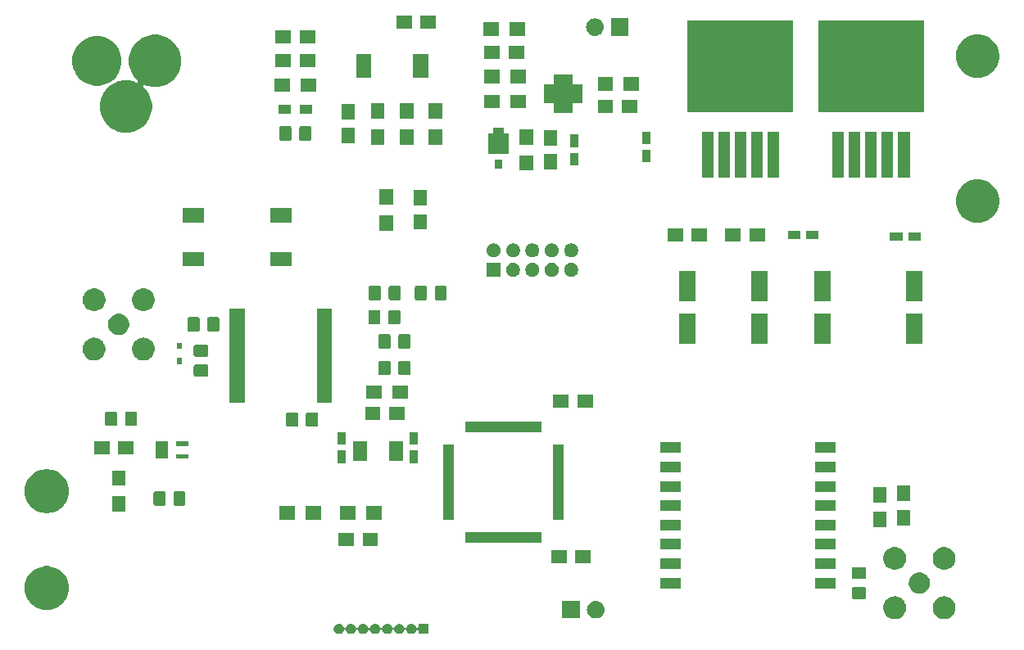
<source format=gbr>
G04 #@! TF.GenerationSoftware,KiCad,Pcbnew,(5.1.4)-1*
G04 #@! TF.CreationDate,2019-12-12T13:05:01+01:00*
G04 #@! TF.ProjectId,Schaltplan_embedded,53636861-6c74-4706-9c61-6e5f656d6265,rev?*
G04 #@! TF.SameCoordinates,Original*
G04 #@! TF.FileFunction,Soldermask,Top*
G04 #@! TF.FilePolarity,Negative*
%FSLAX46Y46*%
G04 Gerber Fmt 4.6, Leading zero omitted, Abs format (unit mm)*
G04 Created by KiCad (PCBNEW (5.1.4)-1) date 2019-12-12 13:05:01*
%MOMM*%
%LPD*%
G04 APERTURE LIST*
%ADD10C,0.100000*%
G04 APERTURE END LIST*
D10*
G36*
X127653428Y-108744213D02*
G01*
X127749153Y-108783864D01*
X127835305Y-108841429D01*
X127908571Y-108914695D01*
X127966136Y-109000847D01*
X128009516Y-109105575D01*
X128021067Y-109127186D01*
X128036612Y-109146128D01*
X128055554Y-109161673D01*
X128077165Y-109173224D01*
X128100614Y-109180337D01*
X128125000Y-109182739D01*
X128149386Y-109180337D01*
X128172835Y-109173224D01*
X128194446Y-109161673D01*
X128213388Y-109146128D01*
X128228933Y-109127186D01*
X128240484Y-109105575D01*
X128283864Y-109000847D01*
X128341429Y-108914695D01*
X128414695Y-108841429D01*
X128500847Y-108783864D01*
X128596572Y-108744213D01*
X128698192Y-108724000D01*
X128801808Y-108724000D01*
X128903428Y-108744213D01*
X128999153Y-108783864D01*
X129085305Y-108841429D01*
X129158571Y-108914695D01*
X129216136Y-109000847D01*
X129259516Y-109105575D01*
X129271067Y-109127186D01*
X129286612Y-109146128D01*
X129305554Y-109161673D01*
X129327165Y-109173224D01*
X129350614Y-109180337D01*
X129375000Y-109182739D01*
X129399386Y-109180337D01*
X129422835Y-109173224D01*
X129444446Y-109161673D01*
X129463388Y-109146128D01*
X129478933Y-109127186D01*
X129490484Y-109105575D01*
X129533864Y-109000847D01*
X129591429Y-108914695D01*
X129664695Y-108841429D01*
X129750847Y-108783864D01*
X129846572Y-108744213D01*
X129948192Y-108724000D01*
X130051808Y-108724000D01*
X130153428Y-108744213D01*
X130249153Y-108783864D01*
X130335305Y-108841429D01*
X130408571Y-108914695D01*
X130466136Y-109000847D01*
X130509516Y-109105575D01*
X130521067Y-109127186D01*
X130536612Y-109146128D01*
X130555554Y-109161673D01*
X130577165Y-109173224D01*
X130600614Y-109180337D01*
X130625000Y-109182739D01*
X130649386Y-109180337D01*
X130672835Y-109173224D01*
X130694446Y-109161673D01*
X130713388Y-109146128D01*
X130728933Y-109127186D01*
X130740484Y-109105575D01*
X130783864Y-109000847D01*
X130841429Y-108914695D01*
X130914695Y-108841429D01*
X131000847Y-108783864D01*
X131096572Y-108744213D01*
X131198192Y-108724000D01*
X131301808Y-108724000D01*
X131403428Y-108744213D01*
X131499153Y-108783864D01*
X131585305Y-108841429D01*
X131658571Y-108914695D01*
X131716136Y-109000847D01*
X131759516Y-109105575D01*
X131771067Y-109127186D01*
X131786612Y-109146128D01*
X131805554Y-109161673D01*
X131827165Y-109173224D01*
X131850614Y-109180337D01*
X131875000Y-109182739D01*
X131899386Y-109180337D01*
X131922835Y-109173224D01*
X131944446Y-109161673D01*
X131963388Y-109146128D01*
X131978933Y-109127186D01*
X131990484Y-109105575D01*
X132033864Y-109000847D01*
X132091429Y-108914695D01*
X132164695Y-108841429D01*
X132250847Y-108783864D01*
X132346572Y-108744213D01*
X132448192Y-108724000D01*
X132551808Y-108724000D01*
X132653428Y-108744213D01*
X132749153Y-108783864D01*
X132835305Y-108841429D01*
X132908571Y-108914695D01*
X132966136Y-109000847D01*
X133009516Y-109105575D01*
X133021067Y-109127186D01*
X133036612Y-109146128D01*
X133055554Y-109161673D01*
X133077165Y-109173224D01*
X133100614Y-109180337D01*
X133125000Y-109182739D01*
X133149386Y-109180337D01*
X133172835Y-109173224D01*
X133194446Y-109161673D01*
X133213388Y-109146128D01*
X133228933Y-109127186D01*
X133240484Y-109105575D01*
X133283864Y-109000847D01*
X133341429Y-108914695D01*
X133414695Y-108841429D01*
X133500847Y-108783864D01*
X133596572Y-108744213D01*
X133698192Y-108724000D01*
X133801808Y-108724000D01*
X133903428Y-108744213D01*
X133999153Y-108783864D01*
X134085305Y-108841429D01*
X134158571Y-108914695D01*
X134216136Y-109000847D01*
X134259516Y-109105575D01*
X134271067Y-109127186D01*
X134286612Y-109146128D01*
X134305554Y-109161673D01*
X134327165Y-109173224D01*
X134350614Y-109180337D01*
X134375000Y-109182739D01*
X134399386Y-109180337D01*
X134422835Y-109173224D01*
X134444446Y-109161673D01*
X134463388Y-109146128D01*
X134478933Y-109127186D01*
X134490484Y-109105575D01*
X134533864Y-109000847D01*
X134591429Y-108914695D01*
X134664695Y-108841429D01*
X134750847Y-108783864D01*
X134846572Y-108744213D01*
X134948192Y-108724000D01*
X135051808Y-108724000D01*
X135153428Y-108744213D01*
X135249153Y-108783864D01*
X135335305Y-108841429D01*
X135408571Y-108914695D01*
X135466136Y-109000847D01*
X135483517Y-109042808D01*
X135495068Y-109064419D01*
X135510613Y-109083361D01*
X135529555Y-109098906D01*
X135551166Y-109110457D01*
X135574615Y-109117570D01*
X135599001Y-109119972D01*
X135623387Y-109117570D01*
X135646836Y-109110457D01*
X135668447Y-109098906D01*
X135687389Y-109083361D01*
X135702934Y-109064419D01*
X135714485Y-109042808D01*
X135721598Y-109019359D01*
X135724000Y-108994973D01*
X135724000Y-108724000D01*
X136776000Y-108724000D01*
X136776000Y-109776000D01*
X135724000Y-109776000D01*
X135724000Y-109505027D01*
X135721598Y-109480641D01*
X135714485Y-109457192D01*
X135702934Y-109435581D01*
X135687389Y-109416639D01*
X135668447Y-109401094D01*
X135646836Y-109389543D01*
X135623387Y-109382430D01*
X135599001Y-109380028D01*
X135574615Y-109382430D01*
X135551166Y-109389543D01*
X135529555Y-109401094D01*
X135510613Y-109416639D01*
X135495068Y-109435581D01*
X135483517Y-109457192D01*
X135466136Y-109499153D01*
X135408571Y-109585305D01*
X135335305Y-109658571D01*
X135249153Y-109716136D01*
X135153428Y-109755787D01*
X135051808Y-109776000D01*
X134948192Y-109776000D01*
X134846572Y-109755787D01*
X134750847Y-109716136D01*
X134664695Y-109658571D01*
X134591429Y-109585305D01*
X134533864Y-109499153D01*
X134490484Y-109394425D01*
X134478933Y-109372814D01*
X134463388Y-109353872D01*
X134444446Y-109338327D01*
X134422835Y-109326776D01*
X134399386Y-109319663D01*
X134375000Y-109317261D01*
X134350614Y-109319663D01*
X134327165Y-109326776D01*
X134305554Y-109338327D01*
X134286612Y-109353872D01*
X134271067Y-109372814D01*
X134259516Y-109394425D01*
X134216136Y-109499153D01*
X134158571Y-109585305D01*
X134085305Y-109658571D01*
X133999153Y-109716136D01*
X133903428Y-109755787D01*
X133801808Y-109776000D01*
X133698192Y-109776000D01*
X133596572Y-109755787D01*
X133500847Y-109716136D01*
X133414695Y-109658571D01*
X133341429Y-109585305D01*
X133283864Y-109499153D01*
X133240484Y-109394425D01*
X133228933Y-109372814D01*
X133213388Y-109353872D01*
X133194446Y-109338327D01*
X133172835Y-109326776D01*
X133149386Y-109319663D01*
X133125000Y-109317261D01*
X133100614Y-109319663D01*
X133077165Y-109326776D01*
X133055554Y-109338327D01*
X133036612Y-109353872D01*
X133021067Y-109372814D01*
X133009516Y-109394425D01*
X132966136Y-109499153D01*
X132908571Y-109585305D01*
X132835305Y-109658571D01*
X132749153Y-109716136D01*
X132653428Y-109755787D01*
X132551808Y-109776000D01*
X132448192Y-109776000D01*
X132346572Y-109755787D01*
X132250847Y-109716136D01*
X132164695Y-109658571D01*
X132091429Y-109585305D01*
X132033864Y-109499153D01*
X131990484Y-109394425D01*
X131978933Y-109372814D01*
X131963388Y-109353872D01*
X131944446Y-109338327D01*
X131922835Y-109326776D01*
X131899386Y-109319663D01*
X131875000Y-109317261D01*
X131850614Y-109319663D01*
X131827165Y-109326776D01*
X131805554Y-109338327D01*
X131786612Y-109353872D01*
X131771067Y-109372814D01*
X131759516Y-109394425D01*
X131716136Y-109499153D01*
X131658571Y-109585305D01*
X131585305Y-109658571D01*
X131499153Y-109716136D01*
X131403428Y-109755787D01*
X131301808Y-109776000D01*
X131198192Y-109776000D01*
X131096572Y-109755787D01*
X131000847Y-109716136D01*
X130914695Y-109658571D01*
X130841429Y-109585305D01*
X130783864Y-109499153D01*
X130740484Y-109394425D01*
X130728933Y-109372814D01*
X130713388Y-109353872D01*
X130694446Y-109338327D01*
X130672835Y-109326776D01*
X130649386Y-109319663D01*
X130625000Y-109317261D01*
X130600614Y-109319663D01*
X130577165Y-109326776D01*
X130555554Y-109338327D01*
X130536612Y-109353872D01*
X130521067Y-109372814D01*
X130509516Y-109394425D01*
X130466136Y-109499153D01*
X130408571Y-109585305D01*
X130335305Y-109658571D01*
X130249153Y-109716136D01*
X130153428Y-109755787D01*
X130051808Y-109776000D01*
X129948192Y-109776000D01*
X129846572Y-109755787D01*
X129750847Y-109716136D01*
X129664695Y-109658571D01*
X129591429Y-109585305D01*
X129533864Y-109499153D01*
X129490484Y-109394425D01*
X129478933Y-109372814D01*
X129463388Y-109353872D01*
X129444446Y-109338327D01*
X129422835Y-109326776D01*
X129399386Y-109319663D01*
X129375000Y-109317261D01*
X129350614Y-109319663D01*
X129327165Y-109326776D01*
X129305554Y-109338327D01*
X129286612Y-109353872D01*
X129271067Y-109372814D01*
X129259516Y-109394425D01*
X129216136Y-109499153D01*
X129158571Y-109585305D01*
X129085305Y-109658571D01*
X128999153Y-109716136D01*
X128903428Y-109755787D01*
X128801808Y-109776000D01*
X128698192Y-109776000D01*
X128596572Y-109755787D01*
X128500847Y-109716136D01*
X128414695Y-109658571D01*
X128341429Y-109585305D01*
X128283864Y-109499153D01*
X128240484Y-109394425D01*
X128228933Y-109372814D01*
X128213388Y-109353872D01*
X128194446Y-109338327D01*
X128172835Y-109326776D01*
X128149386Y-109319663D01*
X128125000Y-109317261D01*
X128100614Y-109319663D01*
X128077165Y-109326776D01*
X128055554Y-109338327D01*
X128036612Y-109353872D01*
X128021067Y-109372814D01*
X128009516Y-109394425D01*
X127966136Y-109499153D01*
X127908571Y-109585305D01*
X127835305Y-109658571D01*
X127749153Y-109716136D01*
X127653428Y-109755787D01*
X127551808Y-109776000D01*
X127448192Y-109776000D01*
X127346572Y-109755787D01*
X127250847Y-109716136D01*
X127164695Y-109658571D01*
X127091429Y-109585305D01*
X127033864Y-109499153D01*
X126994213Y-109403428D01*
X126974000Y-109301808D01*
X126974000Y-109198192D01*
X126994213Y-109096572D01*
X127033864Y-109000847D01*
X127091429Y-108914695D01*
X127164695Y-108841429D01*
X127250847Y-108783864D01*
X127346572Y-108744213D01*
X127448192Y-108724000D01*
X127551808Y-108724000D01*
X127653428Y-108744213D01*
X127653428Y-108744213D01*
G37*
G36*
X185141560Y-105889064D02*
G01*
X185293027Y-105919193D01*
X185507045Y-106007842D01*
X185569778Y-106049759D01*
X185699654Y-106136539D01*
X185863461Y-106300346D01*
X185944980Y-106422348D01*
X185992158Y-106492955D01*
X186080807Y-106706973D01*
X186126000Y-106934174D01*
X186126000Y-107165826D01*
X186080807Y-107393027D01*
X185992158Y-107607045D01*
X185992157Y-107607046D01*
X185863461Y-107799654D01*
X185699654Y-107963461D01*
X185640810Y-108002779D01*
X185507045Y-108092158D01*
X185293027Y-108180807D01*
X185141560Y-108210936D01*
X185065827Y-108226000D01*
X184834173Y-108226000D01*
X184758440Y-108210936D01*
X184606973Y-108180807D01*
X184392955Y-108092158D01*
X184259190Y-108002779D01*
X184200346Y-107963461D01*
X184036539Y-107799654D01*
X183907843Y-107607046D01*
X183907842Y-107607045D01*
X183819193Y-107393027D01*
X183774000Y-107165826D01*
X183774000Y-106934174D01*
X183819193Y-106706973D01*
X183907842Y-106492955D01*
X183955020Y-106422348D01*
X184036539Y-106300346D01*
X184200346Y-106136539D01*
X184330222Y-106049759D01*
X184392955Y-106007842D01*
X184606973Y-105919193D01*
X184758440Y-105889064D01*
X184834173Y-105874000D01*
X185065827Y-105874000D01*
X185141560Y-105889064D01*
X185141560Y-105889064D01*
G37*
G36*
X190241560Y-105889064D02*
G01*
X190393027Y-105919193D01*
X190607045Y-106007842D01*
X190669778Y-106049759D01*
X190799654Y-106136539D01*
X190963461Y-106300346D01*
X191044980Y-106422348D01*
X191092158Y-106492955D01*
X191180807Y-106706973D01*
X191226000Y-106934174D01*
X191226000Y-107165826D01*
X191180807Y-107393027D01*
X191092158Y-107607045D01*
X191092157Y-107607046D01*
X190963461Y-107799654D01*
X190799654Y-107963461D01*
X190740810Y-108002779D01*
X190607045Y-108092158D01*
X190393027Y-108180807D01*
X190241560Y-108210936D01*
X190165827Y-108226000D01*
X189934173Y-108226000D01*
X189858440Y-108210936D01*
X189706973Y-108180807D01*
X189492955Y-108092158D01*
X189359190Y-108002779D01*
X189300346Y-107963461D01*
X189136539Y-107799654D01*
X189007843Y-107607046D01*
X189007842Y-107607045D01*
X188919193Y-107393027D01*
X188874000Y-107165826D01*
X188874000Y-106934174D01*
X188919193Y-106706973D01*
X189007842Y-106492955D01*
X189055020Y-106422348D01*
X189136539Y-106300346D01*
X189300346Y-106136539D01*
X189430222Y-106049759D01*
X189492955Y-106007842D01*
X189706973Y-105919193D01*
X189858440Y-105889064D01*
X189934173Y-105874000D01*
X190165827Y-105874000D01*
X190241560Y-105889064D01*
X190241560Y-105889064D01*
G37*
G36*
X152401000Y-108151000D02*
G01*
X150599000Y-108151000D01*
X150599000Y-106349000D01*
X152401000Y-106349000D01*
X152401000Y-108151000D01*
X152401000Y-108151000D01*
G37*
G36*
X154150442Y-106355518D02*
G01*
X154216627Y-106362037D01*
X154386466Y-106413557D01*
X154542991Y-106497222D01*
X154573289Y-106522087D01*
X154680186Y-106609814D01*
X154759921Y-106706973D01*
X154792778Y-106747009D01*
X154876443Y-106903534D01*
X154927963Y-107073373D01*
X154945359Y-107250000D01*
X154927963Y-107426627D01*
X154876443Y-107596466D01*
X154792778Y-107752991D01*
X154763448Y-107788729D01*
X154680186Y-107890186D01*
X154590901Y-107963459D01*
X154542991Y-108002778D01*
X154386466Y-108086443D01*
X154216627Y-108137963D01*
X154150443Y-108144481D01*
X154084260Y-108151000D01*
X153995740Y-108151000D01*
X153929557Y-108144481D01*
X153863373Y-108137963D01*
X153693534Y-108086443D01*
X153537009Y-108002778D01*
X153489099Y-107963459D01*
X153399814Y-107890186D01*
X153316552Y-107788729D01*
X153287222Y-107752991D01*
X153203557Y-107596466D01*
X153152037Y-107426627D01*
X153134641Y-107250000D01*
X153152037Y-107073373D01*
X153203557Y-106903534D01*
X153287222Y-106747009D01*
X153320079Y-106706973D01*
X153399814Y-106609814D01*
X153506711Y-106522087D01*
X153537009Y-106497222D01*
X153693534Y-106413557D01*
X153863373Y-106362037D01*
X153929558Y-106355518D01*
X153995740Y-106349000D01*
X154084260Y-106349000D01*
X154150442Y-106355518D01*
X154150442Y-106355518D01*
G37*
G36*
X97575880Y-102759776D02*
G01*
X97956593Y-102835504D01*
X98366249Y-103005189D01*
X98734929Y-103251534D01*
X99048466Y-103565071D01*
X99294811Y-103933751D01*
X99464496Y-104343407D01*
X99551000Y-104778296D01*
X99551000Y-105221704D01*
X99464496Y-105656593D01*
X99294811Y-106066249D01*
X99048466Y-106434929D01*
X98734929Y-106748466D01*
X98366249Y-106994811D01*
X97956593Y-107164496D01*
X97575880Y-107240224D01*
X97521705Y-107251000D01*
X97078295Y-107251000D01*
X97024120Y-107240224D01*
X96643407Y-107164496D01*
X96233751Y-106994811D01*
X95865071Y-106748466D01*
X95551534Y-106434929D01*
X95305189Y-106066249D01*
X95135504Y-105656593D01*
X95049000Y-105221704D01*
X95049000Y-104778296D01*
X95135504Y-104343407D01*
X95305189Y-103933751D01*
X95551534Y-103565071D01*
X95865071Y-103251534D01*
X96233751Y-103005189D01*
X96643407Y-102835504D01*
X97024120Y-102759776D01*
X97078295Y-102749000D01*
X97521705Y-102749000D01*
X97575880Y-102759776D01*
X97575880Y-102759776D01*
G37*
G36*
X181838674Y-104903465D02*
G01*
X181876367Y-104914899D01*
X181911103Y-104933466D01*
X181941548Y-104958452D01*
X181966534Y-104988897D01*
X181985101Y-105023633D01*
X181996535Y-105061326D01*
X182001000Y-105106661D01*
X182001000Y-105943339D01*
X181996535Y-105988674D01*
X181985101Y-106026367D01*
X181966534Y-106061103D01*
X181941548Y-106091548D01*
X181911103Y-106116534D01*
X181876367Y-106135101D01*
X181838674Y-106146535D01*
X181793339Y-106151000D01*
X180706661Y-106151000D01*
X180661326Y-106146535D01*
X180623633Y-106135101D01*
X180588897Y-106116534D01*
X180558452Y-106091548D01*
X180533466Y-106061103D01*
X180514899Y-106026367D01*
X180503465Y-105988674D01*
X180499000Y-105943339D01*
X180499000Y-105106661D01*
X180503465Y-105061326D01*
X180514899Y-105023633D01*
X180533466Y-104988897D01*
X180558452Y-104958452D01*
X180588897Y-104933466D01*
X180623633Y-104914899D01*
X180661326Y-104903465D01*
X180706661Y-104899000D01*
X181793339Y-104899000D01*
X181838674Y-104903465D01*
X181838674Y-104903465D01*
G37*
G36*
X187714794Y-103420155D02*
G01*
X187821150Y-103441311D01*
X187921334Y-103482809D01*
X188021520Y-103524307D01*
X188201844Y-103644795D01*
X188355205Y-103798156D01*
X188475693Y-103978480D01*
X188475693Y-103978481D01*
X188558689Y-104178850D01*
X188579844Y-104285205D01*
X188601000Y-104391560D01*
X188601000Y-104608440D01*
X188558689Y-104821149D01*
X188475693Y-105021520D01*
X188355205Y-105201844D01*
X188201844Y-105355205D01*
X188021520Y-105475693D01*
X187921334Y-105517191D01*
X187821150Y-105558689D01*
X187714794Y-105579845D01*
X187608440Y-105601000D01*
X187391560Y-105601000D01*
X187285205Y-105579844D01*
X187178850Y-105558689D01*
X187078666Y-105517191D01*
X186978480Y-105475693D01*
X186798156Y-105355205D01*
X186644795Y-105201844D01*
X186524307Y-105021520D01*
X186441311Y-104821149D01*
X186399000Y-104608440D01*
X186399000Y-104391560D01*
X186420156Y-104285205D01*
X186441311Y-104178850D01*
X186524307Y-103978481D01*
X186524307Y-103978480D01*
X186644795Y-103798156D01*
X186798156Y-103644795D01*
X186978480Y-103524307D01*
X187078666Y-103482809D01*
X187178850Y-103441311D01*
X187285206Y-103420155D01*
X187391560Y-103399000D01*
X187608440Y-103399000D01*
X187714794Y-103420155D01*
X187714794Y-103420155D01*
G37*
G36*
X178801000Y-105051000D02*
G01*
X176699000Y-105051000D01*
X176699000Y-103949000D01*
X178801000Y-103949000D01*
X178801000Y-105051000D01*
X178801000Y-105051000D01*
G37*
G36*
X162801000Y-105051000D02*
G01*
X160699000Y-105051000D01*
X160699000Y-103949000D01*
X162801000Y-103949000D01*
X162801000Y-105051000D01*
X162801000Y-105051000D01*
G37*
G36*
X181838674Y-102853465D02*
G01*
X181876367Y-102864899D01*
X181911103Y-102883466D01*
X181941548Y-102908452D01*
X181966534Y-102938897D01*
X181985101Y-102973633D01*
X181996535Y-103011326D01*
X182001000Y-103056661D01*
X182001000Y-103893339D01*
X181996535Y-103938674D01*
X181985101Y-103976367D01*
X181966534Y-104011103D01*
X181941548Y-104041548D01*
X181911103Y-104066534D01*
X181876367Y-104085101D01*
X181838674Y-104096535D01*
X181793339Y-104101000D01*
X180706661Y-104101000D01*
X180661326Y-104096535D01*
X180623633Y-104085101D01*
X180588897Y-104066534D01*
X180558452Y-104041548D01*
X180533466Y-104011103D01*
X180514899Y-103976367D01*
X180503465Y-103938674D01*
X180499000Y-103893339D01*
X180499000Y-103056661D01*
X180503465Y-103011326D01*
X180514899Y-102973633D01*
X180533466Y-102938897D01*
X180558452Y-102908452D01*
X180588897Y-102883466D01*
X180623633Y-102864899D01*
X180661326Y-102853465D01*
X180706661Y-102849000D01*
X181793339Y-102849000D01*
X181838674Y-102853465D01*
X181838674Y-102853465D01*
G37*
G36*
X185141560Y-100789064D02*
G01*
X185293027Y-100819193D01*
X185507045Y-100907842D01*
X185507046Y-100907843D01*
X185699654Y-101036539D01*
X185863461Y-101200346D01*
X185949258Y-101328751D01*
X185992158Y-101392955D01*
X186080807Y-101606973D01*
X186126000Y-101834174D01*
X186126000Y-102065826D01*
X186080807Y-102293027D01*
X185992158Y-102507045D01*
X185992157Y-102507046D01*
X185863461Y-102699654D01*
X185699654Y-102863461D01*
X185571635Y-102949000D01*
X185507045Y-102992158D01*
X185293027Y-103080807D01*
X185141560Y-103110936D01*
X185065827Y-103126000D01*
X184834173Y-103126000D01*
X184758440Y-103110936D01*
X184606973Y-103080807D01*
X184392955Y-102992158D01*
X184328365Y-102949000D01*
X184200346Y-102863461D01*
X184036539Y-102699654D01*
X183907843Y-102507046D01*
X183907842Y-102507045D01*
X183819193Y-102293027D01*
X183774000Y-102065826D01*
X183774000Y-101834174D01*
X183819193Y-101606973D01*
X183907842Y-101392955D01*
X183950742Y-101328751D01*
X184036539Y-101200346D01*
X184200346Y-101036539D01*
X184392954Y-100907843D01*
X184392955Y-100907842D01*
X184606973Y-100819193D01*
X184758440Y-100789064D01*
X184834173Y-100774000D01*
X185065827Y-100774000D01*
X185141560Y-100789064D01*
X185141560Y-100789064D01*
G37*
G36*
X190241560Y-100789064D02*
G01*
X190393027Y-100819193D01*
X190607045Y-100907842D01*
X190607046Y-100907843D01*
X190799654Y-101036539D01*
X190963461Y-101200346D01*
X191049258Y-101328751D01*
X191092158Y-101392955D01*
X191180807Y-101606973D01*
X191226000Y-101834174D01*
X191226000Y-102065826D01*
X191180807Y-102293027D01*
X191092158Y-102507045D01*
X191092157Y-102507046D01*
X190963461Y-102699654D01*
X190799654Y-102863461D01*
X190671635Y-102949000D01*
X190607045Y-102992158D01*
X190393027Y-103080807D01*
X190241560Y-103110936D01*
X190165827Y-103126000D01*
X189934173Y-103126000D01*
X189858440Y-103110936D01*
X189706973Y-103080807D01*
X189492955Y-102992158D01*
X189428365Y-102949000D01*
X189300346Y-102863461D01*
X189136539Y-102699654D01*
X189007843Y-102507046D01*
X189007842Y-102507045D01*
X188919193Y-102293027D01*
X188874000Y-102065826D01*
X188874000Y-101834174D01*
X188919193Y-101606973D01*
X189007842Y-101392955D01*
X189050742Y-101328751D01*
X189136539Y-101200346D01*
X189300346Y-101036539D01*
X189492954Y-100907843D01*
X189492955Y-100907842D01*
X189706973Y-100819193D01*
X189858440Y-100789064D01*
X189934173Y-100774000D01*
X190165827Y-100774000D01*
X190241560Y-100789064D01*
X190241560Y-100789064D01*
G37*
G36*
X162801000Y-103051000D02*
G01*
X160699000Y-103051000D01*
X160699000Y-101949000D01*
X162801000Y-101949000D01*
X162801000Y-103051000D01*
X162801000Y-103051000D01*
G37*
G36*
X178801000Y-103051000D02*
G01*
X176699000Y-103051000D01*
X176699000Y-101949000D01*
X178801000Y-101949000D01*
X178801000Y-103051000D01*
X178801000Y-103051000D01*
G37*
G36*
X151051000Y-102426000D02*
G01*
X149449000Y-102426000D01*
X149449000Y-101074000D01*
X151051000Y-101074000D01*
X151051000Y-102426000D01*
X151051000Y-102426000D01*
G37*
G36*
X153551000Y-102426000D02*
G01*
X151949000Y-102426000D01*
X151949000Y-101074000D01*
X153551000Y-101074000D01*
X153551000Y-102426000D01*
X153551000Y-102426000D01*
G37*
G36*
X178801000Y-101051000D02*
G01*
X176699000Y-101051000D01*
X176699000Y-99949000D01*
X178801000Y-99949000D01*
X178801000Y-101051000D01*
X178801000Y-101051000D01*
G37*
G36*
X162801000Y-101051000D02*
G01*
X160699000Y-101051000D01*
X160699000Y-99949000D01*
X162801000Y-99949000D01*
X162801000Y-101051000D01*
X162801000Y-101051000D01*
G37*
G36*
X131551000Y-100676000D02*
G01*
X129949000Y-100676000D01*
X129949000Y-99324000D01*
X131551000Y-99324000D01*
X131551000Y-100676000D01*
X131551000Y-100676000D01*
G37*
G36*
X129051000Y-100676000D02*
G01*
X127449000Y-100676000D01*
X127449000Y-99324000D01*
X129051000Y-99324000D01*
X129051000Y-100676000D01*
X129051000Y-100676000D01*
G37*
G36*
X148426000Y-100314442D02*
G01*
X140574000Y-100314442D01*
X140574000Y-99212442D01*
X148426000Y-99212442D01*
X148426000Y-100314442D01*
X148426000Y-100314442D01*
G37*
G36*
X162801000Y-99051000D02*
G01*
X160699000Y-99051000D01*
X160699000Y-97949000D01*
X162801000Y-97949000D01*
X162801000Y-99051000D01*
X162801000Y-99051000D01*
G37*
G36*
X178801000Y-99051000D02*
G01*
X176699000Y-99051000D01*
X176699000Y-97949000D01*
X178801000Y-97949000D01*
X178801000Y-99051000D01*
X178801000Y-99051000D01*
G37*
G36*
X184076000Y-98701000D02*
G01*
X182724000Y-98701000D01*
X182724000Y-97099000D01*
X184076000Y-97099000D01*
X184076000Y-98701000D01*
X184076000Y-98701000D01*
G37*
G36*
X186576000Y-98551000D02*
G01*
X185224000Y-98551000D01*
X185224000Y-96949000D01*
X186576000Y-96949000D01*
X186576000Y-98551000D01*
X186576000Y-98551000D01*
G37*
G36*
X139351000Y-97989442D02*
G01*
X138249000Y-97989442D01*
X138249000Y-90137442D01*
X139351000Y-90137442D01*
X139351000Y-97989442D01*
X139351000Y-97989442D01*
G37*
G36*
X150751000Y-97989442D02*
G01*
X149649000Y-97989442D01*
X149649000Y-90137442D01*
X150751000Y-90137442D01*
X150751000Y-97989442D01*
X150751000Y-97989442D01*
G37*
G36*
X131901000Y-97951000D02*
G01*
X130299000Y-97951000D01*
X130299000Y-96549000D01*
X131901000Y-96549000D01*
X131901000Y-97951000D01*
X131901000Y-97951000D01*
G37*
G36*
X129201000Y-97951000D02*
G01*
X127599000Y-97951000D01*
X127599000Y-96549000D01*
X129201000Y-96549000D01*
X129201000Y-97951000D01*
X129201000Y-97951000D01*
G37*
G36*
X122951000Y-97951000D02*
G01*
X121349000Y-97951000D01*
X121349000Y-96549000D01*
X122951000Y-96549000D01*
X122951000Y-97951000D01*
X122951000Y-97951000D01*
G37*
G36*
X125651000Y-97951000D02*
G01*
X124049000Y-97951000D01*
X124049000Y-96549000D01*
X125651000Y-96549000D01*
X125651000Y-97951000D01*
X125651000Y-97951000D01*
G37*
G36*
X97575880Y-92759776D02*
G01*
X97956593Y-92835504D01*
X98366249Y-93005189D01*
X98734929Y-93251534D01*
X99048466Y-93565071D01*
X99294811Y-93933751D01*
X99464496Y-94343407D01*
X99551000Y-94778296D01*
X99551000Y-95221704D01*
X99464496Y-95656593D01*
X99294811Y-96066249D01*
X99048466Y-96434929D01*
X98734929Y-96748466D01*
X98366249Y-96994811D01*
X97956593Y-97164496D01*
X97575880Y-97240224D01*
X97521705Y-97251000D01*
X97078295Y-97251000D01*
X97024120Y-97240224D01*
X96643407Y-97164496D01*
X96233751Y-96994811D01*
X95865071Y-96748466D01*
X95551534Y-96434929D01*
X95305189Y-96066249D01*
X95135504Y-95656593D01*
X95049000Y-95221704D01*
X95049000Y-94778296D01*
X95135504Y-94343407D01*
X95305189Y-93933751D01*
X95551534Y-93565071D01*
X95865071Y-93251534D01*
X96233751Y-93005189D01*
X96643407Y-92835504D01*
X97024120Y-92759776D01*
X97078295Y-92749000D01*
X97521705Y-92749000D01*
X97575880Y-92759776D01*
X97575880Y-92759776D01*
G37*
G36*
X105451000Y-97151000D02*
G01*
X104049000Y-97151000D01*
X104049000Y-95549000D01*
X105451000Y-95549000D01*
X105451000Y-97151000D01*
X105451000Y-97151000D01*
G37*
G36*
X178801000Y-97051000D02*
G01*
X176699000Y-97051000D01*
X176699000Y-95949000D01*
X178801000Y-95949000D01*
X178801000Y-97051000D01*
X178801000Y-97051000D01*
G37*
G36*
X162801000Y-97051000D02*
G01*
X160699000Y-97051000D01*
X160699000Y-95949000D01*
X162801000Y-95949000D01*
X162801000Y-97051000D01*
X162801000Y-97051000D01*
G37*
G36*
X111488674Y-95003465D02*
G01*
X111526367Y-95014899D01*
X111561103Y-95033466D01*
X111591548Y-95058452D01*
X111616534Y-95088897D01*
X111635101Y-95123633D01*
X111646535Y-95161326D01*
X111651000Y-95206661D01*
X111651000Y-96293339D01*
X111646535Y-96338674D01*
X111635101Y-96376367D01*
X111616534Y-96411103D01*
X111591548Y-96441548D01*
X111561103Y-96466534D01*
X111526367Y-96485101D01*
X111488674Y-96496535D01*
X111443339Y-96501000D01*
X110606661Y-96501000D01*
X110561326Y-96496535D01*
X110523633Y-96485101D01*
X110488897Y-96466534D01*
X110458452Y-96441548D01*
X110433466Y-96411103D01*
X110414899Y-96376367D01*
X110403465Y-96338674D01*
X110399000Y-96293339D01*
X110399000Y-95206661D01*
X110403465Y-95161326D01*
X110414899Y-95123633D01*
X110433466Y-95088897D01*
X110458452Y-95058452D01*
X110488897Y-95033466D01*
X110523633Y-95014899D01*
X110561326Y-95003465D01*
X110606661Y-94999000D01*
X111443339Y-94999000D01*
X111488674Y-95003465D01*
X111488674Y-95003465D01*
G37*
G36*
X109438674Y-95003465D02*
G01*
X109476367Y-95014899D01*
X109511103Y-95033466D01*
X109541548Y-95058452D01*
X109566534Y-95088897D01*
X109585101Y-95123633D01*
X109596535Y-95161326D01*
X109601000Y-95206661D01*
X109601000Y-96293339D01*
X109596535Y-96338674D01*
X109585101Y-96376367D01*
X109566534Y-96411103D01*
X109541548Y-96441548D01*
X109511103Y-96466534D01*
X109476367Y-96485101D01*
X109438674Y-96496535D01*
X109393339Y-96501000D01*
X108556661Y-96501000D01*
X108511326Y-96496535D01*
X108473633Y-96485101D01*
X108438897Y-96466534D01*
X108408452Y-96441548D01*
X108383466Y-96411103D01*
X108364899Y-96376367D01*
X108353465Y-96338674D01*
X108349000Y-96293339D01*
X108349000Y-95206661D01*
X108353465Y-95161326D01*
X108364899Y-95123633D01*
X108383466Y-95088897D01*
X108408452Y-95058452D01*
X108438897Y-95033466D01*
X108473633Y-95014899D01*
X108511326Y-95003465D01*
X108556661Y-94999000D01*
X109393339Y-94999000D01*
X109438674Y-95003465D01*
X109438674Y-95003465D01*
G37*
G36*
X184076000Y-96201000D02*
G01*
X182724000Y-96201000D01*
X182724000Y-94599000D01*
X184076000Y-94599000D01*
X184076000Y-96201000D01*
X184076000Y-96201000D01*
G37*
G36*
X186576000Y-96051000D02*
G01*
X185224000Y-96051000D01*
X185224000Y-94449000D01*
X186576000Y-94449000D01*
X186576000Y-96051000D01*
X186576000Y-96051000D01*
G37*
G36*
X178801000Y-95051000D02*
G01*
X176699000Y-95051000D01*
X176699000Y-93949000D01*
X178801000Y-93949000D01*
X178801000Y-95051000D01*
X178801000Y-95051000D01*
G37*
G36*
X162801000Y-95051000D02*
G01*
X160699000Y-95051000D01*
X160699000Y-93949000D01*
X162801000Y-93949000D01*
X162801000Y-95051000D01*
X162801000Y-95051000D01*
G37*
G36*
X105451000Y-94451000D02*
G01*
X104049000Y-94451000D01*
X104049000Y-92849000D01*
X105451000Y-92849000D01*
X105451000Y-94451000D01*
X105451000Y-94451000D01*
G37*
G36*
X162801000Y-93051000D02*
G01*
X160699000Y-93051000D01*
X160699000Y-91949000D01*
X162801000Y-91949000D01*
X162801000Y-93051000D01*
X162801000Y-93051000D01*
G37*
G36*
X178801000Y-93051000D02*
G01*
X176699000Y-93051000D01*
X176699000Y-91949000D01*
X178801000Y-91949000D01*
X178801000Y-93051000D01*
X178801000Y-93051000D01*
G37*
G36*
X135676000Y-92101000D02*
G01*
X134824000Y-92101000D01*
X134824000Y-90799000D01*
X135676000Y-90799000D01*
X135676000Y-92101000D01*
X135676000Y-92101000D01*
G37*
G36*
X128176000Y-92101000D02*
G01*
X127324000Y-92101000D01*
X127324000Y-90799000D01*
X128176000Y-90799000D01*
X128176000Y-92101000D01*
X128176000Y-92101000D01*
G37*
G36*
X130401000Y-91901000D02*
G01*
X128999000Y-91901000D01*
X128999000Y-89799000D01*
X130401000Y-89799000D01*
X130401000Y-91901000D01*
X130401000Y-91901000D01*
G37*
G36*
X134101000Y-91901000D02*
G01*
X132699000Y-91901000D01*
X132699000Y-89799000D01*
X134101000Y-89799000D01*
X134101000Y-91901000D01*
X134101000Y-91901000D01*
G37*
G36*
X109843800Y-91639200D02*
G01*
X108573400Y-91639200D01*
X108573400Y-89860800D01*
X109843800Y-89860800D01*
X109843800Y-91639200D01*
X109843800Y-91639200D01*
G37*
G36*
X111926600Y-91639200D02*
G01*
X110656200Y-91639200D01*
X110656200Y-91181600D01*
X111926600Y-91181600D01*
X111926600Y-91639200D01*
X111926600Y-91639200D01*
G37*
G36*
X106301000Y-91176000D02*
G01*
X104699000Y-91176000D01*
X104699000Y-89824000D01*
X106301000Y-89824000D01*
X106301000Y-91176000D01*
X106301000Y-91176000D01*
G37*
G36*
X103801000Y-91176000D02*
G01*
X102199000Y-91176000D01*
X102199000Y-89824000D01*
X103801000Y-89824000D01*
X103801000Y-91176000D01*
X103801000Y-91176000D01*
G37*
G36*
X162801000Y-91051000D02*
G01*
X160699000Y-91051000D01*
X160699000Y-89949000D01*
X162801000Y-89949000D01*
X162801000Y-91051000D01*
X162801000Y-91051000D01*
G37*
G36*
X178801000Y-91051000D02*
G01*
X176699000Y-91051000D01*
X176699000Y-89949000D01*
X178801000Y-89949000D01*
X178801000Y-91051000D01*
X178801000Y-91051000D01*
G37*
G36*
X111926600Y-90318400D02*
G01*
X110656200Y-90318400D01*
X110656200Y-89860800D01*
X111926600Y-89860800D01*
X111926600Y-90318400D01*
X111926600Y-90318400D01*
G37*
G36*
X135676000Y-90201000D02*
G01*
X134824000Y-90201000D01*
X134824000Y-88899000D01*
X135676000Y-88899000D01*
X135676000Y-90201000D01*
X135676000Y-90201000D01*
G37*
G36*
X128176000Y-90201000D02*
G01*
X127324000Y-90201000D01*
X127324000Y-88899000D01*
X128176000Y-88899000D01*
X128176000Y-90201000D01*
X128176000Y-90201000D01*
G37*
G36*
X148426000Y-88914442D02*
G01*
X140574000Y-88914442D01*
X140574000Y-87812442D01*
X148426000Y-87812442D01*
X148426000Y-88914442D01*
X148426000Y-88914442D01*
G37*
G36*
X125188674Y-86853465D02*
G01*
X125226367Y-86864899D01*
X125261103Y-86883466D01*
X125291548Y-86908452D01*
X125316534Y-86938897D01*
X125335101Y-86973633D01*
X125346535Y-87011326D01*
X125351000Y-87056661D01*
X125351000Y-88143339D01*
X125346535Y-88188674D01*
X125335101Y-88226367D01*
X125316534Y-88261103D01*
X125291548Y-88291548D01*
X125261103Y-88316534D01*
X125226367Y-88335101D01*
X125188674Y-88346535D01*
X125143339Y-88351000D01*
X124306661Y-88351000D01*
X124261326Y-88346535D01*
X124223633Y-88335101D01*
X124188897Y-88316534D01*
X124158452Y-88291548D01*
X124133466Y-88261103D01*
X124114899Y-88226367D01*
X124103465Y-88188674D01*
X124099000Y-88143339D01*
X124099000Y-87056661D01*
X124103465Y-87011326D01*
X124114899Y-86973633D01*
X124133466Y-86938897D01*
X124158452Y-86908452D01*
X124188897Y-86883466D01*
X124223633Y-86864899D01*
X124261326Y-86853465D01*
X124306661Y-86849000D01*
X125143339Y-86849000D01*
X125188674Y-86853465D01*
X125188674Y-86853465D01*
G37*
G36*
X123138674Y-86853465D02*
G01*
X123176367Y-86864899D01*
X123211103Y-86883466D01*
X123241548Y-86908452D01*
X123266534Y-86938897D01*
X123285101Y-86973633D01*
X123296535Y-87011326D01*
X123301000Y-87056661D01*
X123301000Y-88143339D01*
X123296535Y-88188674D01*
X123285101Y-88226367D01*
X123266534Y-88261103D01*
X123241548Y-88291548D01*
X123211103Y-88316534D01*
X123176367Y-88335101D01*
X123138674Y-88346535D01*
X123093339Y-88351000D01*
X122256661Y-88351000D01*
X122211326Y-88346535D01*
X122173633Y-88335101D01*
X122138897Y-88316534D01*
X122108452Y-88291548D01*
X122083466Y-88261103D01*
X122064899Y-88226367D01*
X122053465Y-88188674D01*
X122049000Y-88143339D01*
X122049000Y-87056661D01*
X122053465Y-87011326D01*
X122064899Y-86973633D01*
X122083466Y-86938897D01*
X122108452Y-86908452D01*
X122138897Y-86883466D01*
X122173633Y-86864899D01*
X122211326Y-86853465D01*
X122256661Y-86849000D01*
X123093339Y-86849000D01*
X123138674Y-86853465D01*
X123138674Y-86853465D01*
G37*
G36*
X104438674Y-86753465D02*
G01*
X104476367Y-86764899D01*
X104511103Y-86783466D01*
X104541548Y-86808452D01*
X104566534Y-86838897D01*
X104585101Y-86873633D01*
X104596535Y-86911326D01*
X104601000Y-86956661D01*
X104601000Y-88043339D01*
X104596535Y-88088674D01*
X104585101Y-88126367D01*
X104566534Y-88161103D01*
X104541548Y-88191548D01*
X104511103Y-88216534D01*
X104476367Y-88235101D01*
X104438674Y-88246535D01*
X104393339Y-88251000D01*
X103556661Y-88251000D01*
X103511326Y-88246535D01*
X103473633Y-88235101D01*
X103438897Y-88216534D01*
X103408452Y-88191548D01*
X103383466Y-88161103D01*
X103364899Y-88126367D01*
X103353465Y-88088674D01*
X103349000Y-88043339D01*
X103349000Y-86956661D01*
X103353465Y-86911326D01*
X103364899Y-86873633D01*
X103383466Y-86838897D01*
X103408452Y-86808452D01*
X103438897Y-86783466D01*
X103473633Y-86764899D01*
X103511326Y-86753465D01*
X103556661Y-86749000D01*
X104393339Y-86749000D01*
X104438674Y-86753465D01*
X104438674Y-86753465D01*
G37*
G36*
X106488674Y-86753465D02*
G01*
X106526367Y-86764899D01*
X106561103Y-86783466D01*
X106591548Y-86808452D01*
X106616534Y-86838897D01*
X106635101Y-86873633D01*
X106646535Y-86911326D01*
X106651000Y-86956661D01*
X106651000Y-88043339D01*
X106646535Y-88088674D01*
X106635101Y-88126367D01*
X106616534Y-88161103D01*
X106591548Y-88191548D01*
X106561103Y-88216534D01*
X106526367Y-88235101D01*
X106488674Y-88246535D01*
X106443339Y-88251000D01*
X105606661Y-88251000D01*
X105561326Y-88246535D01*
X105523633Y-88235101D01*
X105488897Y-88216534D01*
X105458452Y-88191548D01*
X105433466Y-88161103D01*
X105414899Y-88126367D01*
X105403465Y-88088674D01*
X105399000Y-88043339D01*
X105399000Y-86956661D01*
X105403465Y-86911326D01*
X105414899Y-86873633D01*
X105433466Y-86838897D01*
X105458452Y-86808452D01*
X105488897Y-86783466D01*
X105523633Y-86764899D01*
X105561326Y-86753465D01*
X105606661Y-86749000D01*
X106443339Y-86749000D01*
X106488674Y-86753465D01*
X106488674Y-86753465D01*
G37*
G36*
X131801000Y-87676000D02*
G01*
X130199000Y-87676000D01*
X130199000Y-86324000D01*
X131801000Y-86324000D01*
X131801000Y-87676000D01*
X131801000Y-87676000D01*
G37*
G36*
X134301000Y-87676000D02*
G01*
X132699000Y-87676000D01*
X132699000Y-86324000D01*
X134301000Y-86324000D01*
X134301000Y-87676000D01*
X134301000Y-87676000D01*
G37*
G36*
X151251000Y-86376000D02*
G01*
X149649000Y-86376000D01*
X149649000Y-85024000D01*
X151251000Y-85024000D01*
X151251000Y-86376000D01*
X151251000Y-86376000D01*
G37*
G36*
X153751000Y-86376000D02*
G01*
X152149000Y-86376000D01*
X152149000Y-85024000D01*
X153751000Y-85024000D01*
X153751000Y-86376000D01*
X153751000Y-86376000D01*
G37*
G36*
X117776000Y-85876000D02*
G01*
X116224000Y-85876000D01*
X116224000Y-76124000D01*
X117776000Y-76124000D01*
X117776000Y-85876000D01*
X117776000Y-85876000D01*
G37*
G36*
X126776000Y-85876000D02*
G01*
X125224000Y-85876000D01*
X125224000Y-76124000D01*
X126776000Y-76124000D01*
X126776000Y-85876000D01*
X126776000Y-85876000D01*
G37*
G36*
X131951000Y-85451000D02*
G01*
X130349000Y-85451000D01*
X130349000Y-84049000D01*
X131951000Y-84049000D01*
X131951000Y-85451000D01*
X131951000Y-85451000D01*
G37*
G36*
X134651000Y-85451000D02*
G01*
X133049000Y-85451000D01*
X133049000Y-84049000D01*
X134651000Y-84049000D01*
X134651000Y-85451000D01*
X134651000Y-85451000D01*
G37*
G36*
X113838674Y-81903465D02*
G01*
X113876367Y-81914899D01*
X113911103Y-81933466D01*
X113941548Y-81958452D01*
X113966534Y-81988897D01*
X113985101Y-82023633D01*
X113996535Y-82061326D01*
X114001000Y-82106661D01*
X114001000Y-82943339D01*
X113996535Y-82988674D01*
X113985101Y-83026367D01*
X113966534Y-83061103D01*
X113941548Y-83091548D01*
X113911103Y-83116534D01*
X113876367Y-83135101D01*
X113838674Y-83146535D01*
X113793339Y-83151000D01*
X112706661Y-83151000D01*
X112661326Y-83146535D01*
X112623633Y-83135101D01*
X112588897Y-83116534D01*
X112558452Y-83091548D01*
X112533466Y-83061103D01*
X112514899Y-83026367D01*
X112503465Y-82988674D01*
X112499000Y-82943339D01*
X112499000Y-82106661D01*
X112503465Y-82061326D01*
X112514899Y-82023633D01*
X112533466Y-81988897D01*
X112558452Y-81958452D01*
X112588897Y-81933466D01*
X112623633Y-81914899D01*
X112661326Y-81903465D01*
X112706661Y-81899000D01*
X113793339Y-81899000D01*
X113838674Y-81903465D01*
X113838674Y-81903465D01*
G37*
G36*
X132688674Y-81503465D02*
G01*
X132726367Y-81514899D01*
X132761103Y-81533466D01*
X132791548Y-81558452D01*
X132816534Y-81588897D01*
X132835101Y-81623633D01*
X132846535Y-81661326D01*
X132851000Y-81706661D01*
X132851000Y-82793339D01*
X132846535Y-82838674D01*
X132835101Y-82876367D01*
X132816534Y-82911103D01*
X132791548Y-82941548D01*
X132761103Y-82966534D01*
X132726367Y-82985101D01*
X132688674Y-82996535D01*
X132643339Y-83001000D01*
X131806661Y-83001000D01*
X131761326Y-82996535D01*
X131723633Y-82985101D01*
X131688897Y-82966534D01*
X131658452Y-82941548D01*
X131633466Y-82911103D01*
X131614899Y-82876367D01*
X131603465Y-82838674D01*
X131599000Y-82793339D01*
X131599000Y-81706661D01*
X131603465Y-81661326D01*
X131614899Y-81623633D01*
X131633466Y-81588897D01*
X131658452Y-81558452D01*
X131688897Y-81533466D01*
X131723633Y-81514899D01*
X131761326Y-81503465D01*
X131806661Y-81499000D01*
X132643339Y-81499000D01*
X132688674Y-81503465D01*
X132688674Y-81503465D01*
G37*
G36*
X134738674Y-81503465D02*
G01*
X134776367Y-81514899D01*
X134811103Y-81533466D01*
X134841548Y-81558452D01*
X134866534Y-81588897D01*
X134885101Y-81623633D01*
X134896535Y-81661326D01*
X134901000Y-81706661D01*
X134901000Y-82793339D01*
X134896535Y-82838674D01*
X134885101Y-82876367D01*
X134866534Y-82911103D01*
X134841548Y-82941548D01*
X134811103Y-82966534D01*
X134776367Y-82985101D01*
X134738674Y-82996535D01*
X134693339Y-83001000D01*
X133856661Y-83001000D01*
X133811326Y-82996535D01*
X133773633Y-82985101D01*
X133738897Y-82966534D01*
X133708452Y-82941548D01*
X133683466Y-82911103D01*
X133664899Y-82876367D01*
X133653465Y-82838674D01*
X133649000Y-82793339D01*
X133649000Y-81706661D01*
X133653465Y-81661326D01*
X133664899Y-81623633D01*
X133683466Y-81588897D01*
X133708452Y-81558452D01*
X133738897Y-81533466D01*
X133773633Y-81514899D01*
X133811326Y-81503465D01*
X133856661Y-81499000D01*
X134693339Y-81499000D01*
X134738674Y-81503465D01*
X134738674Y-81503465D01*
G37*
G36*
X111261000Y-81851000D02*
G01*
X110739000Y-81851000D01*
X110739000Y-81199000D01*
X111261000Y-81199000D01*
X111261000Y-81851000D01*
X111261000Y-81851000D01*
G37*
G36*
X102391560Y-79139064D02*
G01*
X102543027Y-79169193D01*
X102757045Y-79257842D01*
X102757046Y-79257843D01*
X102949654Y-79386539D01*
X103113461Y-79550346D01*
X103179379Y-79649000D01*
X103242158Y-79742955D01*
X103330807Y-79956973D01*
X103355872Y-80082983D01*
X103364502Y-80126367D01*
X103376000Y-80184174D01*
X103376000Y-80415826D01*
X103330807Y-80643027D01*
X103242158Y-80857045D01*
X103217907Y-80893339D01*
X103113461Y-81049654D01*
X102949654Y-81213461D01*
X102821249Y-81299258D01*
X102757045Y-81342158D01*
X102543027Y-81430807D01*
X102391560Y-81460936D01*
X102315827Y-81476000D01*
X102084173Y-81476000D01*
X102008440Y-81460936D01*
X101856973Y-81430807D01*
X101642955Y-81342158D01*
X101578751Y-81299258D01*
X101450346Y-81213461D01*
X101286539Y-81049654D01*
X101182093Y-80893339D01*
X101157842Y-80857045D01*
X101069193Y-80643027D01*
X101024000Y-80415826D01*
X101024000Y-80184174D01*
X101035499Y-80126367D01*
X101044128Y-80082983D01*
X101069193Y-79956973D01*
X101157842Y-79742955D01*
X101220621Y-79649000D01*
X101286539Y-79550346D01*
X101450346Y-79386539D01*
X101642954Y-79257843D01*
X101642955Y-79257842D01*
X101856973Y-79169193D01*
X102008440Y-79139064D01*
X102084173Y-79124000D01*
X102315827Y-79124000D01*
X102391560Y-79139064D01*
X102391560Y-79139064D01*
G37*
G36*
X107491560Y-79139064D02*
G01*
X107643027Y-79169193D01*
X107857045Y-79257842D01*
X107857046Y-79257843D01*
X108049654Y-79386539D01*
X108213461Y-79550346D01*
X108279379Y-79649000D01*
X108342158Y-79742955D01*
X108430807Y-79956973D01*
X108455872Y-80082983D01*
X108464502Y-80126367D01*
X108476000Y-80184174D01*
X108476000Y-80415826D01*
X108430807Y-80643027D01*
X108342158Y-80857045D01*
X108317907Y-80893339D01*
X108213461Y-81049654D01*
X108049654Y-81213461D01*
X107921249Y-81299258D01*
X107857045Y-81342158D01*
X107643027Y-81430807D01*
X107491560Y-81460936D01*
X107415827Y-81476000D01*
X107184173Y-81476000D01*
X107108440Y-81460936D01*
X106956973Y-81430807D01*
X106742955Y-81342158D01*
X106678751Y-81299258D01*
X106550346Y-81213461D01*
X106386539Y-81049654D01*
X106282093Y-80893339D01*
X106257842Y-80857045D01*
X106169193Y-80643027D01*
X106124000Y-80415826D01*
X106124000Y-80184174D01*
X106135499Y-80126367D01*
X106144128Y-80082983D01*
X106169193Y-79956973D01*
X106257842Y-79742955D01*
X106320621Y-79649000D01*
X106386539Y-79550346D01*
X106550346Y-79386539D01*
X106742954Y-79257843D01*
X106742955Y-79257842D01*
X106956973Y-79169193D01*
X107108440Y-79139064D01*
X107184173Y-79124000D01*
X107415827Y-79124000D01*
X107491560Y-79139064D01*
X107491560Y-79139064D01*
G37*
G36*
X113838674Y-79853465D02*
G01*
X113876367Y-79864899D01*
X113911103Y-79883466D01*
X113941548Y-79908452D01*
X113966534Y-79938897D01*
X113985101Y-79973633D01*
X113996535Y-80011326D01*
X114001000Y-80056661D01*
X114001000Y-80893339D01*
X113996535Y-80938674D01*
X113985101Y-80976367D01*
X113966534Y-81011103D01*
X113941548Y-81041548D01*
X113911103Y-81066534D01*
X113876367Y-81085101D01*
X113838674Y-81096535D01*
X113793339Y-81101000D01*
X112706661Y-81101000D01*
X112661326Y-81096535D01*
X112623633Y-81085101D01*
X112588897Y-81066534D01*
X112558452Y-81041548D01*
X112533466Y-81011103D01*
X112514899Y-80976367D01*
X112503465Y-80938674D01*
X112499000Y-80893339D01*
X112499000Y-80056661D01*
X112503465Y-80011326D01*
X112514899Y-79973633D01*
X112533466Y-79938897D01*
X112558452Y-79908452D01*
X112588897Y-79883466D01*
X112623633Y-79864899D01*
X112661326Y-79853465D01*
X112706661Y-79849000D01*
X113793339Y-79849000D01*
X113838674Y-79853465D01*
X113838674Y-79853465D01*
G37*
G36*
X111261000Y-80301000D02*
G01*
X110739000Y-80301000D01*
X110739000Y-79649000D01*
X111261000Y-79649000D01*
X111261000Y-80301000D01*
X111261000Y-80301000D01*
G37*
G36*
X134738674Y-78753465D02*
G01*
X134776367Y-78764899D01*
X134811103Y-78783466D01*
X134841548Y-78808452D01*
X134866534Y-78838897D01*
X134885101Y-78873633D01*
X134896535Y-78911326D01*
X134901000Y-78956661D01*
X134901000Y-80043339D01*
X134896535Y-80088674D01*
X134885101Y-80126367D01*
X134866534Y-80161103D01*
X134841548Y-80191548D01*
X134811103Y-80216534D01*
X134776367Y-80235101D01*
X134738674Y-80246535D01*
X134693339Y-80251000D01*
X133856661Y-80251000D01*
X133811326Y-80246535D01*
X133773633Y-80235101D01*
X133738897Y-80216534D01*
X133708452Y-80191548D01*
X133683466Y-80161103D01*
X133664899Y-80126367D01*
X133653465Y-80088674D01*
X133649000Y-80043339D01*
X133649000Y-78956661D01*
X133653465Y-78911326D01*
X133664899Y-78873633D01*
X133683466Y-78838897D01*
X133708452Y-78808452D01*
X133738897Y-78783466D01*
X133773633Y-78764899D01*
X133811326Y-78753465D01*
X133856661Y-78749000D01*
X134693339Y-78749000D01*
X134738674Y-78753465D01*
X134738674Y-78753465D01*
G37*
G36*
X132688674Y-78753465D02*
G01*
X132726367Y-78764899D01*
X132761103Y-78783466D01*
X132791548Y-78808452D01*
X132816534Y-78838897D01*
X132835101Y-78873633D01*
X132846535Y-78911326D01*
X132851000Y-78956661D01*
X132851000Y-80043339D01*
X132846535Y-80088674D01*
X132835101Y-80126367D01*
X132816534Y-80161103D01*
X132791548Y-80191548D01*
X132761103Y-80216534D01*
X132726367Y-80235101D01*
X132688674Y-80246535D01*
X132643339Y-80251000D01*
X131806661Y-80251000D01*
X131761326Y-80246535D01*
X131723633Y-80235101D01*
X131688897Y-80216534D01*
X131658452Y-80191548D01*
X131633466Y-80161103D01*
X131614899Y-80126367D01*
X131603465Y-80088674D01*
X131599000Y-80043339D01*
X131599000Y-78956661D01*
X131603465Y-78911326D01*
X131614899Y-78873633D01*
X131633466Y-78838897D01*
X131658452Y-78808452D01*
X131688897Y-78783466D01*
X131723633Y-78764899D01*
X131761326Y-78753465D01*
X131806661Y-78749000D01*
X132643339Y-78749000D01*
X132688674Y-78753465D01*
X132688674Y-78753465D01*
G37*
G36*
X178351000Y-79751000D02*
G01*
X176649000Y-79751000D01*
X176649000Y-76649000D01*
X178351000Y-76649000D01*
X178351000Y-79751000D01*
X178351000Y-79751000D01*
G37*
G36*
X171851000Y-79751000D02*
G01*
X170149000Y-79751000D01*
X170149000Y-76649000D01*
X171851000Y-76649000D01*
X171851000Y-79751000D01*
X171851000Y-79751000D01*
G37*
G36*
X164351000Y-79751000D02*
G01*
X162649000Y-79751000D01*
X162649000Y-76649000D01*
X164351000Y-76649000D01*
X164351000Y-79751000D01*
X164351000Y-79751000D01*
G37*
G36*
X187851000Y-79751000D02*
G01*
X186149000Y-79751000D01*
X186149000Y-76649000D01*
X187851000Y-76649000D01*
X187851000Y-79751000D01*
X187851000Y-79751000D01*
G37*
G36*
X104964794Y-76670155D02*
G01*
X105071150Y-76691311D01*
X105271520Y-76774307D01*
X105451844Y-76894795D01*
X105605205Y-77048156D01*
X105725693Y-77228480D01*
X105808689Y-77428851D01*
X105851000Y-77641560D01*
X105851000Y-77858440D01*
X105808689Y-78071149D01*
X105725693Y-78271520D01*
X105605205Y-78451844D01*
X105451844Y-78605205D01*
X105271520Y-78725693D01*
X105204472Y-78753465D01*
X105071150Y-78808689D01*
X104970458Y-78828718D01*
X104858440Y-78851000D01*
X104641560Y-78851000D01*
X104529542Y-78828718D01*
X104428850Y-78808689D01*
X104295528Y-78753465D01*
X104228480Y-78725693D01*
X104048156Y-78605205D01*
X103894795Y-78451844D01*
X103774307Y-78271520D01*
X103691311Y-78071149D01*
X103649000Y-77858440D01*
X103649000Y-77641560D01*
X103691311Y-77428851D01*
X103774307Y-77228480D01*
X103894795Y-77048156D01*
X104048156Y-76894795D01*
X104228480Y-76774307D01*
X104328666Y-76732809D01*
X104428850Y-76691311D01*
X104535206Y-76670155D01*
X104641560Y-76649000D01*
X104858440Y-76649000D01*
X104964794Y-76670155D01*
X104964794Y-76670155D01*
G37*
G36*
X112938674Y-77003465D02*
G01*
X112976367Y-77014899D01*
X113011103Y-77033466D01*
X113041548Y-77058452D01*
X113066534Y-77088897D01*
X113085101Y-77123633D01*
X113096535Y-77161326D01*
X113101000Y-77206661D01*
X113101000Y-78293339D01*
X113096535Y-78338674D01*
X113085101Y-78376367D01*
X113066534Y-78411103D01*
X113041548Y-78441548D01*
X113011103Y-78466534D01*
X112976367Y-78485101D01*
X112938674Y-78496535D01*
X112893339Y-78501000D01*
X112056661Y-78501000D01*
X112011326Y-78496535D01*
X111973633Y-78485101D01*
X111938897Y-78466534D01*
X111908452Y-78441548D01*
X111883466Y-78411103D01*
X111864899Y-78376367D01*
X111853465Y-78338674D01*
X111849000Y-78293339D01*
X111849000Y-77206661D01*
X111853465Y-77161326D01*
X111864899Y-77123633D01*
X111883466Y-77088897D01*
X111908452Y-77058452D01*
X111938897Y-77033466D01*
X111973633Y-77014899D01*
X112011326Y-77003465D01*
X112056661Y-76999000D01*
X112893339Y-76999000D01*
X112938674Y-77003465D01*
X112938674Y-77003465D01*
G37*
G36*
X114988674Y-77003465D02*
G01*
X115026367Y-77014899D01*
X115061103Y-77033466D01*
X115091548Y-77058452D01*
X115116534Y-77088897D01*
X115135101Y-77123633D01*
X115146535Y-77161326D01*
X115151000Y-77206661D01*
X115151000Y-78293339D01*
X115146535Y-78338674D01*
X115135101Y-78376367D01*
X115116534Y-78411103D01*
X115091548Y-78441548D01*
X115061103Y-78466534D01*
X115026367Y-78485101D01*
X114988674Y-78496535D01*
X114943339Y-78501000D01*
X114106661Y-78501000D01*
X114061326Y-78496535D01*
X114023633Y-78485101D01*
X113988897Y-78466534D01*
X113958452Y-78441548D01*
X113933466Y-78411103D01*
X113914899Y-78376367D01*
X113903465Y-78338674D01*
X113899000Y-78293339D01*
X113899000Y-77206661D01*
X113903465Y-77161326D01*
X113914899Y-77123633D01*
X113933466Y-77088897D01*
X113958452Y-77058452D01*
X113988897Y-77033466D01*
X114023633Y-77014899D01*
X114061326Y-77003465D01*
X114106661Y-76999000D01*
X114943339Y-76999000D01*
X114988674Y-77003465D01*
X114988674Y-77003465D01*
G37*
G36*
X131638674Y-76253465D02*
G01*
X131676367Y-76264899D01*
X131711103Y-76283466D01*
X131741548Y-76308452D01*
X131766534Y-76338897D01*
X131785101Y-76373633D01*
X131796535Y-76411326D01*
X131801000Y-76456661D01*
X131801000Y-77543339D01*
X131796535Y-77588674D01*
X131785101Y-77626367D01*
X131766534Y-77661103D01*
X131741548Y-77691548D01*
X131711103Y-77716534D01*
X131676367Y-77735101D01*
X131638674Y-77746535D01*
X131593339Y-77751000D01*
X130756661Y-77751000D01*
X130711326Y-77746535D01*
X130673633Y-77735101D01*
X130638897Y-77716534D01*
X130608452Y-77691548D01*
X130583466Y-77661103D01*
X130564899Y-77626367D01*
X130553465Y-77588674D01*
X130549000Y-77543339D01*
X130549000Y-76456661D01*
X130553465Y-76411326D01*
X130564899Y-76373633D01*
X130583466Y-76338897D01*
X130608452Y-76308452D01*
X130638897Y-76283466D01*
X130673633Y-76264899D01*
X130711326Y-76253465D01*
X130756661Y-76249000D01*
X131593339Y-76249000D01*
X131638674Y-76253465D01*
X131638674Y-76253465D01*
G37*
G36*
X133688674Y-76253465D02*
G01*
X133726367Y-76264899D01*
X133761103Y-76283466D01*
X133791548Y-76308452D01*
X133816534Y-76338897D01*
X133835101Y-76373633D01*
X133846535Y-76411326D01*
X133851000Y-76456661D01*
X133851000Y-77543339D01*
X133846535Y-77588674D01*
X133835101Y-77626367D01*
X133816534Y-77661103D01*
X133791548Y-77691548D01*
X133761103Y-77716534D01*
X133726367Y-77735101D01*
X133688674Y-77746535D01*
X133643339Y-77751000D01*
X132806661Y-77751000D01*
X132761326Y-77746535D01*
X132723633Y-77735101D01*
X132688897Y-77716534D01*
X132658452Y-77691548D01*
X132633466Y-77661103D01*
X132614899Y-77626367D01*
X132603465Y-77588674D01*
X132599000Y-77543339D01*
X132599000Y-76456661D01*
X132603465Y-76411326D01*
X132614899Y-76373633D01*
X132633466Y-76338897D01*
X132658452Y-76308452D01*
X132688897Y-76283466D01*
X132723633Y-76264899D01*
X132761326Y-76253465D01*
X132806661Y-76249000D01*
X133643339Y-76249000D01*
X133688674Y-76253465D01*
X133688674Y-76253465D01*
G37*
G36*
X102391560Y-74039064D02*
G01*
X102543027Y-74069193D01*
X102757045Y-74157842D01*
X102757046Y-74157843D01*
X102949654Y-74286539D01*
X103113461Y-74450346D01*
X103199258Y-74578751D01*
X103242158Y-74642955D01*
X103330807Y-74856973D01*
X103330807Y-74856975D01*
X103376000Y-75084173D01*
X103376000Y-75315827D01*
X103360936Y-75391560D01*
X103330807Y-75543027D01*
X103242158Y-75757045D01*
X103242157Y-75757046D01*
X103113461Y-75949654D01*
X102949654Y-76113461D01*
X102821249Y-76199258D01*
X102757045Y-76242158D01*
X102543027Y-76330807D01*
X102391560Y-76360936D01*
X102315827Y-76376000D01*
X102084173Y-76376000D01*
X102008440Y-76360936D01*
X101856973Y-76330807D01*
X101642955Y-76242158D01*
X101578751Y-76199258D01*
X101450346Y-76113461D01*
X101286539Y-75949654D01*
X101157843Y-75757046D01*
X101157842Y-75757045D01*
X101069193Y-75543027D01*
X101039064Y-75391560D01*
X101024000Y-75315827D01*
X101024000Y-75084173D01*
X101069193Y-74856975D01*
X101069193Y-74856973D01*
X101157842Y-74642955D01*
X101200742Y-74578751D01*
X101286539Y-74450346D01*
X101450346Y-74286539D01*
X101642954Y-74157843D01*
X101642955Y-74157842D01*
X101856973Y-74069193D01*
X102008440Y-74039064D01*
X102084173Y-74024000D01*
X102315827Y-74024000D01*
X102391560Y-74039064D01*
X102391560Y-74039064D01*
G37*
G36*
X107491560Y-74039064D02*
G01*
X107643027Y-74069193D01*
X107857045Y-74157842D01*
X107857046Y-74157843D01*
X108049654Y-74286539D01*
X108213461Y-74450346D01*
X108299258Y-74578751D01*
X108342158Y-74642955D01*
X108430807Y-74856973D01*
X108430807Y-74856975D01*
X108476000Y-75084173D01*
X108476000Y-75315827D01*
X108460936Y-75391560D01*
X108430807Y-75543027D01*
X108342158Y-75757045D01*
X108342157Y-75757046D01*
X108213461Y-75949654D01*
X108049654Y-76113461D01*
X107921249Y-76199258D01*
X107857045Y-76242158D01*
X107643027Y-76330807D01*
X107491560Y-76360936D01*
X107415827Y-76376000D01*
X107184173Y-76376000D01*
X107108440Y-76360936D01*
X106956973Y-76330807D01*
X106742955Y-76242158D01*
X106678751Y-76199258D01*
X106550346Y-76113461D01*
X106386539Y-75949654D01*
X106257843Y-75757046D01*
X106257842Y-75757045D01*
X106169193Y-75543027D01*
X106139064Y-75391560D01*
X106124000Y-75315827D01*
X106124000Y-75084173D01*
X106169193Y-74856975D01*
X106169193Y-74856973D01*
X106257842Y-74642955D01*
X106300742Y-74578751D01*
X106386539Y-74450346D01*
X106550346Y-74286539D01*
X106742954Y-74157843D01*
X106742955Y-74157842D01*
X106956973Y-74069193D01*
X107108440Y-74039064D01*
X107184173Y-74024000D01*
X107415827Y-74024000D01*
X107491560Y-74039064D01*
X107491560Y-74039064D01*
G37*
G36*
X178351000Y-75351000D02*
G01*
X176649000Y-75351000D01*
X176649000Y-72249000D01*
X178351000Y-72249000D01*
X178351000Y-75351000D01*
X178351000Y-75351000D01*
G37*
G36*
X187851000Y-75351000D02*
G01*
X186149000Y-75351000D01*
X186149000Y-72249000D01*
X187851000Y-72249000D01*
X187851000Y-75351000D01*
X187851000Y-75351000D01*
G37*
G36*
X164351000Y-75351000D02*
G01*
X162649000Y-75351000D01*
X162649000Y-72249000D01*
X164351000Y-72249000D01*
X164351000Y-75351000D01*
X164351000Y-75351000D01*
G37*
G36*
X171851000Y-75351000D02*
G01*
X170149000Y-75351000D01*
X170149000Y-72249000D01*
X171851000Y-72249000D01*
X171851000Y-75351000D01*
X171851000Y-75351000D01*
G37*
G36*
X131688674Y-73753465D02*
G01*
X131726367Y-73764899D01*
X131761103Y-73783466D01*
X131791548Y-73808452D01*
X131816534Y-73838897D01*
X131835101Y-73873633D01*
X131846535Y-73911326D01*
X131851000Y-73956661D01*
X131851000Y-75043339D01*
X131846535Y-75088674D01*
X131835101Y-75126367D01*
X131816534Y-75161103D01*
X131791548Y-75191548D01*
X131761103Y-75216534D01*
X131726367Y-75235101D01*
X131688674Y-75246535D01*
X131643339Y-75251000D01*
X130806661Y-75251000D01*
X130761326Y-75246535D01*
X130723633Y-75235101D01*
X130688897Y-75216534D01*
X130658452Y-75191548D01*
X130633466Y-75161103D01*
X130614899Y-75126367D01*
X130603465Y-75088674D01*
X130599000Y-75043339D01*
X130599000Y-73956661D01*
X130603465Y-73911326D01*
X130614899Y-73873633D01*
X130633466Y-73838897D01*
X130658452Y-73808452D01*
X130688897Y-73783466D01*
X130723633Y-73764899D01*
X130761326Y-73753465D01*
X130806661Y-73749000D01*
X131643339Y-73749000D01*
X131688674Y-73753465D01*
X131688674Y-73753465D01*
G37*
G36*
X136438674Y-73753465D02*
G01*
X136476367Y-73764899D01*
X136511103Y-73783466D01*
X136541548Y-73808452D01*
X136566534Y-73838897D01*
X136585101Y-73873633D01*
X136596535Y-73911326D01*
X136601000Y-73956661D01*
X136601000Y-75043339D01*
X136596535Y-75088674D01*
X136585101Y-75126367D01*
X136566534Y-75161103D01*
X136541548Y-75191548D01*
X136511103Y-75216534D01*
X136476367Y-75235101D01*
X136438674Y-75246535D01*
X136393339Y-75251000D01*
X135556661Y-75251000D01*
X135511326Y-75246535D01*
X135473633Y-75235101D01*
X135438897Y-75216534D01*
X135408452Y-75191548D01*
X135383466Y-75161103D01*
X135364899Y-75126367D01*
X135353465Y-75088674D01*
X135349000Y-75043339D01*
X135349000Y-73956661D01*
X135353465Y-73911326D01*
X135364899Y-73873633D01*
X135383466Y-73838897D01*
X135408452Y-73808452D01*
X135438897Y-73783466D01*
X135473633Y-73764899D01*
X135511326Y-73753465D01*
X135556661Y-73749000D01*
X136393339Y-73749000D01*
X136438674Y-73753465D01*
X136438674Y-73753465D01*
G37*
G36*
X138488674Y-73753465D02*
G01*
X138526367Y-73764899D01*
X138561103Y-73783466D01*
X138591548Y-73808452D01*
X138616534Y-73838897D01*
X138635101Y-73873633D01*
X138646535Y-73911326D01*
X138651000Y-73956661D01*
X138651000Y-75043339D01*
X138646535Y-75088674D01*
X138635101Y-75126367D01*
X138616534Y-75161103D01*
X138591548Y-75191548D01*
X138561103Y-75216534D01*
X138526367Y-75235101D01*
X138488674Y-75246535D01*
X138443339Y-75251000D01*
X137606661Y-75251000D01*
X137561326Y-75246535D01*
X137523633Y-75235101D01*
X137488897Y-75216534D01*
X137458452Y-75191548D01*
X137433466Y-75161103D01*
X137414899Y-75126367D01*
X137403465Y-75088674D01*
X137399000Y-75043339D01*
X137399000Y-73956661D01*
X137403465Y-73911326D01*
X137414899Y-73873633D01*
X137433466Y-73838897D01*
X137458452Y-73808452D01*
X137488897Y-73783466D01*
X137523633Y-73764899D01*
X137561326Y-73753465D01*
X137606661Y-73749000D01*
X138443339Y-73749000D01*
X138488674Y-73753465D01*
X138488674Y-73753465D01*
G37*
G36*
X133738674Y-73753465D02*
G01*
X133776367Y-73764899D01*
X133811103Y-73783466D01*
X133841548Y-73808452D01*
X133866534Y-73838897D01*
X133885101Y-73873633D01*
X133896535Y-73911326D01*
X133901000Y-73956661D01*
X133901000Y-75043339D01*
X133896535Y-75088674D01*
X133885101Y-75126367D01*
X133866534Y-75161103D01*
X133841548Y-75191548D01*
X133811103Y-75216534D01*
X133776367Y-75235101D01*
X133738674Y-75246535D01*
X133693339Y-75251000D01*
X132856661Y-75251000D01*
X132811326Y-75246535D01*
X132773633Y-75235101D01*
X132738897Y-75216534D01*
X132708452Y-75191548D01*
X132683466Y-75161103D01*
X132664899Y-75126367D01*
X132653465Y-75088674D01*
X132649000Y-75043339D01*
X132649000Y-73956661D01*
X132653465Y-73911326D01*
X132664899Y-73873633D01*
X132683466Y-73838897D01*
X132708452Y-73808452D01*
X132738897Y-73783466D01*
X132773633Y-73764899D01*
X132811326Y-73753465D01*
X132856661Y-73749000D01*
X133693339Y-73749000D01*
X133738674Y-73753465D01*
X133738674Y-73753465D01*
G37*
G36*
X149711766Y-71401899D02*
G01*
X149843888Y-71456626D01*
X149843890Y-71456627D01*
X149962798Y-71536079D01*
X150063921Y-71637202D01*
X150143373Y-71756110D01*
X150143374Y-71756112D01*
X150198101Y-71888234D01*
X150226000Y-72028494D01*
X150226000Y-72171506D01*
X150198101Y-72311766D01*
X150143374Y-72443888D01*
X150143373Y-72443890D01*
X150063921Y-72562798D01*
X149962798Y-72663921D01*
X149843890Y-72743373D01*
X149843889Y-72743374D01*
X149843888Y-72743374D01*
X149711766Y-72798101D01*
X149571506Y-72826000D01*
X149428494Y-72826000D01*
X149288234Y-72798101D01*
X149156112Y-72743374D01*
X149156111Y-72743374D01*
X149156110Y-72743373D01*
X149037202Y-72663921D01*
X148936079Y-72562798D01*
X148856627Y-72443890D01*
X148856626Y-72443888D01*
X148801899Y-72311766D01*
X148774000Y-72171506D01*
X148774000Y-72028494D01*
X148801899Y-71888234D01*
X148856626Y-71756112D01*
X148856627Y-71756110D01*
X148936079Y-71637202D01*
X149037202Y-71536079D01*
X149156110Y-71456627D01*
X149156112Y-71456626D01*
X149288234Y-71401899D01*
X149428494Y-71374000D01*
X149571506Y-71374000D01*
X149711766Y-71401899D01*
X149711766Y-71401899D01*
G37*
G36*
X151711766Y-71401899D02*
G01*
X151843888Y-71456626D01*
X151843890Y-71456627D01*
X151962798Y-71536079D01*
X152063921Y-71637202D01*
X152143373Y-71756110D01*
X152143374Y-71756112D01*
X152198101Y-71888234D01*
X152226000Y-72028494D01*
X152226000Y-72171506D01*
X152198101Y-72311766D01*
X152143374Y-72443888D01*
X152143373Y-72443890D01*
X152063921Y-72562798D01*
X151962798Y-72663921D01*
X151843890Y-72743373D01*
X151843889Y-72743374D01*
X151843888Y-72743374D01*
X151711766Y-72798101D01*
X151571506Y-72826000D01*
X151428494Y-72826000D01*
X151288234Y-72798101D01*
X151156112Y-72743374D01*
X151156111Y-72743374D01*
X151156110Y-72743373D01*
X151037202Y-72663921D01*
X150936079Y-72562798D01*
X150856627Y-72443890D01*
X150856626Y-72443888D01*
X150801899Y-72311766D01*
X150774000Y-72171506D01*
X150774000Y-72028494D01*
X150801899Y-71888234D01*
X150856626Y-71756112D01*
X150856627Y-71756110D01*
X150936079Y-71637202D01*
X151037202Y-71536079D01*
X151156110Y-71456627D01*
X151156112Y-71456626D01*
X151288234Y-71401899D01*
X151428494Y-71374000D01*
X151571506Y-71374000D01*
X151711766Y-71401899D01*
X151711766Y-71401899D01*
G37*
G36*
X144226000Y-72826000D02*
G01*
X142774000Y-72826000D01*
X142774000Y-71374000D01*
X144226000Y-71374000D01*
X144226000Y-72826000D01*
X144226000Y-72826000D01*
G37*
G36*
X145711766Y-71401899D02*
G01*
X145843888Y-71456626D01*
X145843890Y-71456627D01*
X145962798Y-71536079D01*
X146063921Y-71637202D01*
X146143373Y-71756110D01*
X146143374Y-71756112D01*
X146198101Y-71888234D01*
X146226000Y-72028494D01*
X146226000Y-72171506D01*
X146198101Y-72311766D01*
X146143374Y-72443888D01*
X146143373Y-72443890D01*
X146063921Y-72562798D01*
X145962798Y-72663921D01*
X145843890Y-72743373D01*
X145843889Y-72743374D01*
X145843888Y-72743374D01*
X145711766Y-72798101D01*
X145571506Y-72826000D01*
X145428494Y-72826000D01*
X145288234Y-72798101D01*
X145156112Y-72743374D01*
X145156111Y-72743374D01*
X145156110Y-72743373D01*
X145037202Y-72663921D01*
X144936079Y-72562798D01*
X144856627Y-72443890D01*
X144856626Y-72443888D01*
X144801899Y-72311766D01*
X144774000Y-72171506D01*
X144774000Y-72028494D01*
X144801899Y-71888234D01*
X144856626Y-71756112D01*
X144856627Y-71756110D01*
X144936079Y-71637202D01*
X145037202Y-71536079D01*
X145156110Y-71456627D01*
X145156112Y-71456626D01*
X145288234Y-71401899D01*
X145428494Y-71374000D01*
X145571506Y-71374000D01*
X145711766Y-71401899D01*
X145711766Y-71401899D01*
G37*
G36*
X147711766Y-71401899D02*
G01*
X147843888Y-71456626D01*
X147843890Y-71456627D01*
X147962798Y-71536079D01*
X148063921Y-71637202D01*
X148143373Y-71756110D01*
X148143374Y-71756112D01*
X148198101Y-71888234D01*
X148226000Y-72028494D01*
X148226000Y-72171506D01*
X148198101Y-72311766D01*
X148143374Y-72443888D01*
X148143373Y-72443890D01*
X148063921Y-72562798D01*
X147962798Y-72663921D01*
X147843890Y-72743373D01*
X147843889Y-72743374D01*
X147843888Y-72743374D01*
X147711766Y-72798101D01*
X147571506Y-72826000D01*
X147428494Y-72826000D01*
X147288234Y-72798101D01*
X147156112Y-72743374D01*
X147156111Y-72743374D01*
X147156110Y-72743373D01*
X147037202Y-72663921D01*
X146936079Y-72562798D01*
X146856627Y-72443890D01*
X146856626Y-72443888D01*
X146801899Y-72311766D01*
X146774000Y-72171506D01*
X146774000Y-72028494D01*
X146801899Y-71888234D01*
X146856626Y-71756112D01*
X146856627Y-71756110D01*
X146936079Y-71637202D01*
X147037202Y-71536079D01*
X147156110Y-71456627D01*
X147156112Y-71456626D01*
X147288234Y-71401899D01*
X147428494Y-71374000D01*
X147571506Y-71374000D01*
X147711766Y-71401899D01*
X147711766Y-71401899D01*
G37*
G36*
X122651000Y-71751000D02*
G01*
X120449000Y-71751000D01*
X120449000Y-70249000D01*
X122651000Y-70249000D01*
X122651000Y-71751000D01*
X122651000Y-71751000D01*
G37*
G36*
X113551000Y-71751000D02*
G01*
X111349000Y-71751000D01*
X111349000Y-70249000D01*
X113551000Y-70249000D01*
X113551000Y-71751000D01*
X113551000Y-71751000D01*
G37*
G36*
X147711766Y-69401899D02*
G01*
X147843888Y-69456626D01*
X147843890Y-69456627D01*
X147962798Y-69536079D01*
X148063921Y-69637202D01*
X148063922Y-69637204D01*
X148143374Y-69756112D01*
X148198101Y-69888234D01*
X148226000Y-70028494D01*
X148226000Y-70171506D01*
X148198101Y-70311766D01*
X148143374Y-70443888D01*
X148143373Y-70443890D01*
X148063921Y-70562798D01*
X147962798Y-70663921D01*
X147843890Y-70743373D01*
X147843889Y-70743374D01*
X147843888Y-70743374D01*
X147711766Y-70798101D01*
X147571506Y-70826000D01*
X147428494Y-70826000D01*
X147288234Y-70798101D01*
X147156112Y-70743374D01*
X147156111Y-70743374D01*
X147156110Y-70743373D01*
X147037202Y-70663921D01*
X146936079Y-70562798D01*
X146856627Y-70443890D01*
X146856626Y-70443888D01*
X146801899Y-70311766D01*
X146774000Y-70171506D01*
X146774000Y-70028494D01*
X146801899Y-69888234D01*
X146856626Y-69756112D01*
X146936078Y-69637204D01*
X146936079Y-69637202D01*
X147037202Y-69536079D01*
X147156110Y-69456627D01*
X147156112Y-69456626D01*
X147288234Y-69401899D01*
X147428494Y-69374000D01*
X147571506Y-69374000D01*
X147711766Y-69401899D01*
X147711766Y-69401899D01*
G37*
G36*
X151711766Y-69401899D02*
G01*
X151843888Y-69456626D01*
X151843890Y-69456627D01*
X151962798Y-69536079D01*
X152063921Y-69637202D01*
X152063922Y-69637204D01*
X152143374Y-69756112D01*
X152198101Y-69888234D01*
X152226000Y-70028494D01*
X152226000Y-70171506D01*
X152198101Y-70311766D01*
X152143374Y-70443888D01*
X152143373Y-70443890D01*
X152063921Y-70562798D01*
X151962798Y-70663921D01*
X151843890Y-70743373D01*
X151843889Y-70743374D01*
X151843888Y-70743374D01*
X151711766Y-70798101D01*
X151571506Y-70826000D01*
X151428494Y-70826000D01*
X151288234Y-70798101D01*
X151156112Y-70743374D01*
X151156111Y-70743374D01*
X151156110Y-70743373D01*
X151037202Y-70663921D01*
X150936079Y-70562798D01*
X150856627Y-70443890D01*
X150856626Y-70443888D01*
X150801899Y-70311766D01*
X150774000Y-70171506D01*
X150774000Y-70028494D01*
X150801899Y-69888234D01*
X150856626Y-69756112D01*
X150936078Y-69637204D01*
X150936079Y-69637202D01*
X151037202Y-69536079D01*
X151156110Y-69456627D01*
X151156112Y-69456626D01*
X151288234Y-69401899D01*
X151428494Y-69374000D01*
X151571506Y-69374000D01*
X151711766Y-69401899D01*
X151711766Y-69401899D01*
G37*
G36*
X149711766Y-69401899D02*
G01*
X149843888Y-69456626D01*
X149843890Y-69456627D01*
X149962798Y-69536079D01*
X150063921Y-69637202D01*
X150063922Y-69637204D01*
X150143374Y-69756112D01*
X150198101Y-69888234D01*
X150226000Y-70028494D01*
X150226000Y-70171506D01*
X150198101Y-70311766D01*
X150143374Y-70443888D01*
X150143373Y-70443890D01*
X150063921Y-70562798D01*
X149962798Y-70663921D01*
X149843890Y-70743373D01*
X149843889Y-70743374D01*
X149843888Y-70743374D01*
X149711766Y-70798101D01*
X149571506Y-70826000D01*
X149428494Y-70826000D01*
X149288234Y-70798101D01*
X149156112Y-70743374D01*
X149156111Y-70743374D01*
X149156110Y-70743373D01*
X149037202Y-70663921D01*
X148936079Y-70562798D01*
X148856627Y-70443890D01*
X148856626Y-70443888D01*
X148801899Y-70311766D01*
X148774000Y-70171506D01*
X148774000Y-70028494D01*
X148801899Y-69888234D01*
X148856626Y-69756112D01*
X148936078Y-69637204D01*
X148936079Y-69637202D01*
X149037202Y-69536079D01*
X149156110Y-69456627D01*
X149156112Y-69456626D01*
X149288234Y-69401899D01*
X149428494Y-69374000D01*
X149571506Y-69374000D01*
X149711766Y-69401899D01*
X149711766Y-69401899D01*
G37*
G36*
X143711766Y-69401899D02*
G01*
X143843888Y-69456626D01*
X143843890Y-69456627D01*
X143962798Y-69536079D01*
X144063921Y-69637202D01*
X144063922Y-69637204D01*
X144143374Y-69756112D01*
X144198101Y-69888234D01*
X144226000Y-70028494D01*
X144226000Y-70171506D01*
X144198101Y-70311766D01*
X144143374Y-70443888D01*
X144143373Y-70443890D01*
X144063921Y-70562798D01*
X143962798Y-70663921D01*
X143843890Y-70743373D01*
X143843889Y-70743374D01*
X143843888Y-70743374D01*
X143711766Y-70798101D01*
X143571506Y-70826000D01*
X143428494Y-70826000D01*
X143288234Y-70798101D01*
X143156112Y-70743374D01*
X143156111Y-70743374D01*
X143156110Y-70743373D01*
X143037202Y-70663921D01*
X142936079Y-70562798D01*
X142856627Y-70443890D01*
X142856626Y-70443888D01*
X142801899Y-70311766D01*
X142774000Y-70171506D01*
X142774000Y-70028494D01*
X142801899Y-69888234D01*
X142856626Y-69756112D01*
X142936078Y-69637204D01*
X142936079Y-69637202D01*
X143037202Y-69536079D01*
X143156110Y-69456627D01*
X143156112Y-69456626D01*
X143288234Y-69401899D01*
X143428494Y-69374000D01*
X143571506Y-69374000D01*
X143711766Y-69401899D01*
X143711766Y-69401899D01*
G37*
G36*
X145711766Y-69401899D02*
G01*
X145843888Y-69456626D01*
X145843890Y-69456627D01*
X145962798Y-69536079D01*
X146063921Y-69637202D01*
X146063922Y-69637204D01*
X146143374Y-69756112D01*
X146198101Y-69888234D01*
X146226000Y-70028494D01*
X146226000Y-70171506D01*
X146198101Y-70311766D01*
X146143374Y-70443888D01*
X146143373Y-70443890D01*
X146063921Y-70562798D01*
X145962798Y-70663921D01*
X145843890Y-70743373D01*
X145843889Y-70743374D01*
X145843888Y-70743374D01*
X145711766Y-70798101D01*
X145571506Y-70826000D01*
X145428494Y-70826000D01*
X145288234Y-70798101D01*
X145156112Y-70743374D01*
X145156111Y-70743374D01*
X145156110Y-70743373D01*
X145037202Y-70663921D01*
X144936079Y-70562798D01*
X144856627Y-70443890D01*
X144856626Y-70443888D01*
X144801899Y-70311766D01*
X144774000Y-70171506D01*
X144774000Y-70028494D01*
X144801899Y-69888234D01*
X144856626Y-69756112D01*
X144936078Y-69637204D01*
X144936079Y-69637202D01*
X145037202Y-69536079D01*
X145156110Y-69456627D01*
X145156112Y-69456626D01*
X145288234Y-69401899D01*
X145428494Y-69374000D01*
X145571506Y-69374000D01*
X145711766Y-69401899D01*
X145711766Y-69401899D01*
G37*
G36*
X169051000Y-69176000D02*
G01*
X167449000Y-69176000D01*
X167449000Y-67824000D01*
X169051000Y-67824000D01*
X169051000Y-69176000D01*
X169051000Y-69176000D01*
G37*
G36*
X171551000Y-69176000D02*
G01*
X169949000Y-69176000D01*
X169949000Y-67824000D01*
X171551000Y-67824000D01*
X171551000Y-69176000D01*
X171551000Y-69176000D01*
G37*
G36*
X163051000Y-69176000D02*
G01*
X161449000Y-69176000D01*
X161449000Y-67824000D01*
X163051000Y-67824000D01*
X163051000Y-69176000D01*
X163051000Y-69176000D01*
G37*
G36*
X165551000Y-69176000D02*
G01*
X163949000Y-69176000D01*
X163949000Y-67824000D01*
X165551000Y-67824000D01*
X165551000Y-69176000D01*
X165551000Y-69176000D01*
G37*
G36*
X187651000Y-69076000D02*
G01*
X186349000Y-69076000D01*
X186349000Y-68224000D01*
X187651000Y-68224000D01*
X187651000Y-69076000D01*
X187651000Y-69076000D01*
G37*
G36*
X185751000Y-69076000D02*
G01*
X184449000Y-69076000D01*
X184449000Y-68224000D01*
X185751000Y-68224000D01*
X185751000Y-69076000D01*
X185751000Y-69076000D01*
G37*
G36*
X177101000Y-68926000D02*
G01*
X175799000Y-68926000D01*
X175799000Y-68074000D01*
X177101000Y-68074000D01*
X177101000Y-68926000D01*
X177101000Y-68926000D01*
G37*
G36*
X175201000Y-68926000D02*
G01*
X173899000Y-68926000D01*
X173899000Y-68074000D01*
X175201000Y-68074000D01*
X175201000Y-68926000D01*
X175201000Y-68926000D01*
G37*
G36*
X133101000Y-68051000D02*
G01*
X131699000Y-68051000D01*
X131699000Y-66449000D01*
X133101000Y-66449000D01*
X133101000Y-68051000D01*
X133101000Y-68051000D01*
G37*
G36*
X136576000Y-67951000D02*
G01*
X135224000Y-67951000D01*
X135224000Y-66349000D01*
X136576000Y-66349000D01*
X136576000Y-67951000D01*
X136576000Y-67951000D01*
G37*
G36*
X122651000Y-67251000D02*
G01*
X120449000Y-67251000D01*
X120449000Y-65749000D01*
X122651000Y-65749000D01*
X122651000Y-67251000D01*
X122651000Y-67251000D01*
G37*
G36*
X113551000Y-67251000D02*
G01*
X111349000Y-67251000D01*
X111349000Y-65749000D01*
X113551000Y-65749000D01*
X113551000Y-67251000D01*
X113551000Y-67251000D01*
G37*
G36*
X193775880Y-62759776D02*
G01*
X194156593Y-62835504D01*
X194566249Y-63005189D01*
X194934929Y-63251534D01*
X195248466Y-63565071D01*
X195494811Y-63933751D01*
X195664496Y-64343407D01*
X195751000Y-64778296D01*
X195751000Y-65221704D01*
X195664496Y-65656593D01*
X195494811Y-66066249D01*
X195248466Y-66434929D01*
X194934929Y-66748466D01*
X194566249Y-66994811D01*
X194156593Y-67164496D01*
X193775880Y-67240224D01*
X193721705Y-67251000D01*
X193278295Y-67251000D01*
X193224120Y-67240224D01*
X192843407Y-67164496D01*
X192433751Y-66994811D01*
X192065071Y-66748466D01*
X191751534Y-66434929D01*
X191505189Y-66066249D01*
X191335504Y-65656593D01*
X191249000Y-65221704D01*
X191249000Y-64778296D01*
X191335504Y-64343407D01*
X191505189Y-63933751D01*
X191751534Y-63565071D01*
X192065071Y-63251534D01*
X192433751Y-63005189D01*
X192843407Y-62835504D01*
X193224120Y-62759776D01*
X193278295Y-62749000D01*
X193721705Y-62749000D01*
X193775880Y-62759776D01*
X193775880Y-62759776D01*
G37*
G36*
X136576000Y-65451000D02*
G01*
X135224000Y-65451000D01*
X135224000Y-63849000D01*
X136576000Y-63849000D01*
X136576000Y-65451000D01*
X136576000Y-65451000D01*
G37*
G36*
X133101000Y-65351000D02*
G01*
X131699000Y-65351000D01*
X131699000Y-63749000D01*
X133101000Y-63749000D01*
X133101000Y-65351000D01*
X133101000Y-65351000D01*
G37*
G36*
X173001000Y-62551000D02*
G01*
X171799000Y-62551000D01*
X171799000Y-57849000D01*
X173001000Y-57849000D01*
X173001000Y-62551000D01*
X173001000Y-62551000D01*
G37*
G36*
X184801000Y-62551000D02*
G01*
X183599000Y-62551000D01*
X183599000Y-57849000D01*
X184801000Y-57849000D01*
X184801000Y-62551000D01*
X184801000Y-62551000D01*
G37*
G36*
X183101000Y-62551000D02*
G01*
X181899000Y-62551000D01*
X181899000Y-57849000D01*
X183101000Y-57849000D01*
X183101000Y-62551000D01*
X183101000Y-62551000D01*
G37*
G36*
X186501000Y-62551000D02*
G01*
X185299000Y-62551000D01*
X185299000Y-57849000D01*
X186501000Y-57849000D01*
X186501000Y-62551000D01*
X186501000Y-62551000D01*
G37*
G36*
X166201000Y-62551000D02*
G01*
X164999000Y-62551000D01*
X164999000Y-57849000D01*
X166201000Y-57849000D01*
X166201000Y-62551000D01*
X166201000Y-62551000D01*
G37*
G36*
X167901000Y-62551000D02*
G01*
X166699000Y-62551000D01*
X166699000Y-57849000D01*
X167901000Y-57849000D01*
X167901000Y-62551000D01*
X167901000Y-62551000D01*
G37*
G36*
X169601000Y-62551000D02*
G01*
X168399000Y-62551000D01*
X168399000Y-57849000D01*
X169601000Y-57849000D01*
X169601000Y-62551000D01*
X169601000Y-62551000D01*
G37*
G36*
X171301000Y-62551000D02*
G01*
X170099000Y-62551000D01*
X170099000Y-57849000D01*
X171301000Y-57849000D01*
X171301000Y-62551000D01*
X171301000Y-62551000D01*
G37*
G36*
X181401000Y-62551000D02*
G01*
X180199000Y-62551000D01*
X180199000Y-57849000D01*
X181401000Y-57849000D01*
X181401000Y-62551000D01*
X181401000Y-62551000D01*
G37*
G36*
X179701000Y-62551000D02*
G01*
X178499000Y-62551000D01*
X178499000Y-57849000D01*
X179701000Y-57849000D01*
X179701000Y-62551000D01*
X179701000Y-62551000D01*
G37*
G36*
X147601000Y-61851000D02*
G01*
X146199000Y-61851000D01*
X146199000Y-60249000D01*
X147601000Y-60249000D01*
X147601000Y-61851000D01*
X147601000Y-61851000D01*
G37*
G36*
X150076000Y-61751000D02*
G01*
X148724000Y-61751000D01*
X148724000Y-60149000D01*
X150076000Y-60149000D01*
X150076000Y-61751000D01*
X150076000Y-61751000D01*
G37*
G36*
X144376000Y-61641000D02*
G01*
X143624000Y-61641000D01*
X143624000Y-60689000D01*
X144376000Y-60689000D01*
X144376000Y-61641000D01*
X144376000Y-61641000D01*
G37*
G36*
X152226000Y-61301000D02*
G01*
X151374000Y-61301000D01*
X151374000Y-59999000D01*
X152226000Y-59999000D01*
X152226000Y-61301000D01*
X152226000Y-61301000D01*
G37*
G36*
X159726000Y-61001000D02*
G01*
X158874000Y-61001000D01*
X158874000Y-59699000D01*
X159726000Y-59699000D01*
X159726000Y-61001000D01*
X159726000Y-61001000D01*
G37*
G36*
X144526000Y-57909001D02*
G01*
X144528402Y-57933387D01*
X144535515Y-57956836D01*
X144547066Y-57978447D01*
X144562611Y-57997389D01*
X144581553Y-58012934D01*
X144603164Y-58024485D01*
X144626613Y-58031598D01*
X144650999Y-58034000D01*
X145026000Y-58034000D01*
X145026000Y-60136000D01*
X142974000Y-60136000D01*
X142974000Y-58034000D01*
X143349001Y-58034000D01*
X143373387Y-58031598D01*
X143396836Y-58024485D01*
X143418447Y-58012934D01*
X143437389Y-57997389D01*
X143452934Y-57978447D01*
X143464485Y-57956836D01*
X143471598Y-57933387D01*
X143474000Y-57909001D01*
X143474000Y-57384000D01*
X144526000Y-57384000D01*
X144526000Y-57909001D01*
X144526000Y-57909001D01*
G37*
G36*
X152226000Y-59401000D02*
G01*
X151374000Y-59401000D01*
X151374000Y-58099000D01*
X152226000Y-58099000D01*
X152226000Y-59401000D01*
X152226000Y-59401000D01*
G37*
G36*
X150076000Y-59251000D02*
G01*
X148724000Y-59251000D01*
X148724000Y-57649000D01*
X150076000Y-57649000D01*
X150076000Y-59251000D01*
X150076000Y-59251000D01*
G37*
G36*
X132201000Y-59151000D02*
G01*
X130799000Y-59151000D01*
X130799000Y-57549000D01*
X132201000Y-57549000D01*
X132201000Y-59151000D01*
X132201000Y-59151000D01*
G37*
G36*
X138201000Y-59151000D02*
G01*
X136799000Y-59151000D01*
X136799000Y-57549000D01*
X138201000Y-57549000D01*
X138201000Y-59151000D01*
X138201000Y-59151000D01*
G37*
G36*
X147601000Y-59151000D02*
G01*
X146199000Y-59151000D01*
X146199000Y-57549000D01*
X147601000Y-57549000D01*
X147601000Y-59151000D01*
X147601000Y-59151000D01*
G37*
G36*
X135201000Y-59151000D02*
G01*
X133799000Y-59151000D01*
X133799000Y-57549000D01*
X135201000Y-57549000D01*
X135201000Y-59151000D01*
X135201000Y-59151000D01*
G37*
G36*
X159726000Y-59101000D02*
G01*
X158874000Y-59101000D01*
X158874000Y-57799000D01*
X159726000Y-57799000D01*
X159726000Y-59101000D01*
X159726000Y-59101000D01*
G37*
G36*
X129176000Y-59051000D02*
G01*
X127824000Y-59051000D01*
X127824000Y-57449000D01*
X129176000Y-57449000D01*
X129176000Y-59051000D01*
X129176000Y-59051000D01*
G37*
G36*
X122438674Y-57253465D02*
G01*
X122476367Y-57264899D01*
X122511103Y-57283466D01*
X122541548Y-57308452D01*
X122566534Y-57338897D01*
X122585101Y-57373633D01*
X122596535Y-57411326D01*
X122601000Y-57456661D01*
X122601000Y-58543339D01*
X122596535Y-58588674D01*
X122585101Y-58626367D01*
X122566534Y-58661103D01*
X122541548Y-58691548D01*
X122511103Y-58716534D01*
X122476367Y-58735101D01*
X122438674Y-58746535D01*
X122393339Y-58751000D01*
X121556661Y-58751000D01*
X121511326Y-58746535D01*
X121473633Y-58735101D01*
X121438897Y-58716534D01*
X121408452Y-58691548D01*
X121383466Y-58661103D01*
X121364899Y-58626367D01*
X121353465Y-58588674D01*
X121349000Y-58543339D01*
X121349000Y-57456661D01*
X121353465Y-57411326D01*
X121364899Y-57373633D01*
X121383466Y-57338897D01*
X121408452Y-57308452D01*
X121438897Y-57283466D01*
X121473633Y-57264899D01*
X121511326Y-57253465D01*
X121556661Y-57249000D01*
X122393339Y-57249000D01*
X122438674Y-57253465D01*
X122438674Y-57253465D01*
G37*
G36*
X124488674Y-57253465D02*
G01*
X124526367Y-57264899D01*
X124561103Y-57283466D01*
X124591548Y-57308452D01*
X124616534Y-57338897D01*
X124635101Y-57373633D01*
X124646535Y-57411326D01*
X124651000Y-57456661D01*
X124651000Y-58543339D01*
X124646535Y-58588674D01*
X124635101Y-58626367D01*
X124616534Y-58661103D01*
X124591548Y-58691548D01*
X124561103Y-58716534D01*
X124526367Y-58735101D01*
X124488674Y-58746535D01*
X124443339Y-58751000D01*
X123606661Y-58751000D01*
X123561326Y-58746535D01*
X123523633Y-58735101D01*
X123488897Y-58716534D01*
X123458452Y-58691548D01*
X123433466Y-58661103D01*
X123414899Y-58626367D01*
X123403465Y-58588674D01*
X123399000Y-58543339D01*
X123399000Y-57456661D01*
X123403465Y-57411326D01*
X123414899Y-57373633D01*
X123433466Y-57338897D01*
X123458452Y-57308452D01*
X123488897Y-57283466D01*
X123523633Y-57264899D01*
X123561326Y-57253465D01*
X123606661Y-57249000D01*
X124443339Y-57249000D01*
X124488674Y-57253465D01*
X124488674Y-57253465D01*
G37*
G36*
X109287852Y-47902797D02*
G01*
X109779402Y-48106404D01*
X109779403Y-48106405D01*
X110221787Y-48401996D01*
X110598004Y-48778213D01*
X110701931Y-48933751D01*
X110893596Y-49220598D01*
X111097203Y-49712148D01*
X111201000Y-50233973D01*
X111201000Y-50766027D01*
X111097203Y-51287852D01*
X110893596Y-51779402D01*
X110893595Y-51779403D01*
X110598004Y-52221787D01*
X110221787Y-52598004D01*
X110039874Y-52719554D01*
X109779402Y-52893596D01*
X109287852Y-53097203D01*
X108766027Y-53201000D01*
X108233973Y-53201000D01*
X107712148Y-53097203D01*
X107447444Y-52987559D01*
X107423995Y-52980446D01*
X107399609Y-52978044D01*
X107375223Y-52980446D01*
X107351774Y-52987559D01*
X107330163Y-52999110D01*
X107311221Y-53014655D01*
X107295676Y-53033597D01*
X107284125Y-53055208D01*
X107277012Y-53078657D01*
X107274610Y-53103043D01*
X107277012Y-53127429D01*
X107284125Y-53150878D01*
X107295676Y-53172489D01*
X107311216Y-53191425D01*
X107598004Y-53478213D01*
X107746865Y-53701000D01*
X107893596Y-53920598D01*
X108097203Y-54412148D01*
X108201000Y-54933973D01*
X108201000Y-55466027D01*
X108097203Y-55987852D01*
X107893596Y-56479402D01*
X107893595Y-56479403D01*
X107598004Y-56921787D01*
X107221787Y-57298004D01*
X106967257Y-57468075D01*
X106779402Y-57593596D01*
X106287852Y-57797203D01*
X105766027Y-57901000D01*
X105233973Y-57901000D01*
X104712148Y-57797203D01*
X104220598Y-57593596D01*
X104032743Y-57468075D01*
X103778213Y-57298004D01*
X103401996Y-56921787D01*
X103106405Y-56479403D01*
X103106404Y-56479402D01*
X102902797Y-55987852D01*
X102799000Y-55466027D01*
X102799000Y-54933973D01*
X102902797Y-54412148D01*
X103106404Y-53920598D01*
X103253135Y-53701000D01*
X103401996Y-53478213D01*
X103778213Y-53101996D01*
X104090329Y-52893447D01*
X104220598Y-52806404D01*
X104712148Y-52602797D01*
X105233973Y-52499000D01*
X105766027Y-52499000D01*
X106287852Y-52602797D01*
X106552556Y-52712441D01*
X106576005Y-52719554D01*
X106600391Y-52721956D01*
X106624777Y-52719554D01*
X106648226Y-52712441D01*
X106669837Y-52700890D01*
X106688779Y-52685345D01*
X106704324Y-52666403D01*
X106715875Y-52644792D01*
X106722988Y-52621343D01*
X106725390Y-52596957D01*
X106722988Y-52572571D01*
X106715875Y-52549122D01*
X106704324Y-52527511D01*
X106688784Y-52508575D01*
X106401996Y-52221787D01*
X106106405Y-51779403D01*
X106106404Y-51779402D01*
X105902797Y-51287852D01*
X105799000Y-50766027D01*
X105799000Y-50233973D01*
X105902797Y-49712148D01*
X106106404Y-49220598D01*
X106298069Y-48933751D01*
X106401996Y-48778213D01*
X106778213Y-48401996D01*
X107220597Y-48106405D01*
X107220598Y-48106404D01*
X107712148Y-47902797D01*
X108233973Y-47799000D01*
X108766027Y-47799000D01*
X109287852Y-47902797D01*
X109287852Y-47902797D01*
G37*
G36*
X129176000Y-56551000D02*
G01*
X127824000Y-56551000D01*
X127824000Y-54949000D01*
X129176000Y-54949000D01*
X129176000Y-56551000D01*
X129176000Y-56551000D01*
G37*
G36*
X138201000Y-56451000D02*
G01*
X136799000Y-56451000D01*
X136799000Y-54849000D01*
X138201000Y-54849000D01*
X138201000Y-56451000D01*
X138201000Y-56451000D01*
G37*
G36*
X135201000Y-56451000D02*
G01*
X133799000Y-56451000D01*
X133799000Y-54849000D01*
X135201000Y-54849000D01*
X135201000Y-56451000D01*
X135201000Y-56451000D01*
G37*
G36*
X132201000Y-56451000D02*
G01*
X130799000Y-56451000D01*
X130799000Y-54849000D01*
X132201000Y-54849000D01*
X132201000Y-56451000D01*
X132201000Y-56451000D01*
G37*
G36*
X122551000Y-56001000D02*
G01*
X121249000Y-56001000D01*
X121249000Y-54999000D01*
X122551000Y-54999000D01*
X122551000Y-56001000D01*
X122551000Y-56001000D01*
G37*
G36*
X124751000Y-56001000D02*
G01*
X123449000Y-56001000D01*
X123449000Y-54999000D01*
X124751000Y-54999000D01*
X124751000Y-56001000D01*
X124751000Y-56001000D01*
G37*
G36*
X151651000Y-52824001D02*
G01*
X151653402Y-52848387D01*
X151660515Y-52871836D01*
X151672066Y-52893447D01*
X151687611Y-52912389D01*
X151706553Y-52927934D01*
X151728164Y-52939485D01*
X151751613Y-52946598D01*
X151775999Y-52949000D01*
X152676000Y-52949000D01*
X152676000Y-54851000D01*
X151775999Y-54851000D01*
X151751613Y-54853402D01*
X151728164Y-54860515D01*
X151706553Y-54872066D01*
X151687611Y-54887611D01*
X151672066Y-54906553D01*
X151660515Y-54928164D01*
X151653402Y-54951613D01*
X151651000Y-54975999D01*
X151651000Y-55876000D01*
X149749000Y-55876000D01*
X149749000Y-54975999D01*
X149746598Y-54951613D01*
X149739485Y-54928164D01*
X149727934Y-54906553D01*
X149712389Y-54887611D01*
X149693447Y-54872066D01*
X149671836Y-54860515D01*
X149648387Y-54853402D01*
X149624001Y-54851000D01*
X148724000Y-54851000D01*
X148724000Y-52949000D01*
X149624001Y-52949000D01*
X149648387Y-52946598D01*
X149671836Y-52939485D01*
X149693447Y-52927934D01*
X149712389Y-52912389D01*
X149727934Y-52893447D01*
X149739485Y-52871836D01*
X149746598Y-52848387D01*
X149749000Y-52824001D01*
X149749000Y-51924000D01*
X151651000Y-51924000D01*
X151651000Y-52824001D01*
X151651000Y-52824001D01*
G37*
G36*
X155851000Y-55876000D02*
G01*
X154249000Y-55876000D01*
X154249000Y-54524000D01*
X155851000Y-54524000D01*
X155851000Y-55876000D01*
X155851000Y-55876000D01*
G37*
G36*
X158351000Y-55876000D02*
G01*
X156749000Y-55876000D01*
X156749000Y-54524000D01*
X158351000Y-54524000D01*
X158351000Y-55876000D01*
X158351000Y-55876000D01*
G37*
G36*
X187951000Y-55801000D02*
G01*
X177049000Y-55801000D01*
X177049000Y-46299000D01*
X187951000Y-46299000D01*
X187951000Y-55801000D01*
X187951000Y-55801000D01*
G37*
G36*
X174451000Y-55801000D02*
G01*
X163549000Y-55801000D01*
X163549000Y-46299000D01*
X174451000Y-46299000D01*
X174451000Y-55801000D01*
X174451000Y-55801000D01*
G37*
G36*
X146851000Y-55401000D02*
G01*
X145249000Y-55401000D01*
X145249000Y-53999000D01*
X146851000Y-53999000D01*
X146851000Y-55401000D01*
X146851000Y-55401000D01*
G37*
G36*
X144151000Y-55401000D02*
G01*
X142549000Y-55401000D01*
X142549000Y-53999000D01*
X144151000Y-53999000D01*
X144151000Y-55401000D01*
X144151000Y-55401000D01*
G37*
G36*
X125151000Y-53701000D02*
G01*
X123549000Y-53701000D01*
X123549000Y-52299000D01*
X125151000Y-52299000D01*
X125151000Y-53701000D01*
X125151000Y-53701000D01*
G37*
G36*
X122451000Y-53701000D02*
G01*
X120849000Y-53701000D01*
X120849000Y-52299000D01*
X122451000Y-52299000D01*
X122451000Y-53701000D01*
X122451000Y-53701000D01*
G37*
G36*
X158551000Y-53601000D02*
G01*
X156949000Y-53601000D01*
X156949000Y-52199000D01*
X158551000Y-52199000D01*
X158551000Y-53601000D01*
X158551000Y-53601000D01*
G37*
G36*
X155851000Y-53601000D02*
G01*
X154249000Y-53601000D01*
X154249000Y-52199000D01*
X155851000Y-52199000D01*
X155851000Y-53601000D01*
X155851000Y-53601000D01*
G37*
G36*
X103244098Y-48047033D02*
G01*
X103708350Y-48239332D01*
X103708352Y-48239333D01*
X104126168Y-48518509D01*
X104481491Y-48873832D01*
X104760667Y-49291648D01*
X104760668Y-49291650D01*
X104952967Y-49755902D01*
X105051000Y-50248747D01*
X105051000Y-50751253D01*
X104952967Y-51244098D01*
X104768478Y-51689495D01*
X104760667Y-51708352D01*
X104481491Y-52126168D01*
X104126168Y-52481491D01*
X103708352Y-52760667D01*
X103708351Y-52760668D01*
X103708350Y-52760668D01*
X103244098Y-52952967D01*
X102751253Y-53051000D01*
X102248747Y-53051000D01*
X101755902Y-52952967D01*
X101291650Y-52760668D01*
X101291649Y-52760668D01*
X101291648Y-52760667D01*
X100873832Y-52481491D01*
X100518509Y-52126168D01*
X100239333Y-51708352D01*
X100231522Y-51689495D01*
X100047033Y-51244098D01*
X99949000Y-50751253D01*
X99949000Y-50248747D01*
X100047033Y-49755902D01*
X100239332Y-49291650D01*
X100239333Y-49291648D01*
X100518509Y-48873832D01*
X100873832Y-48518509D01*
X101291648Y-48239333D01*
X101291650Y-48239332D01*
X101755902Y-48047033D01*
X102248747Y-47949000D01*
X102751253Y-47949000D01*
X103244098Y-48047033D01*
X103244098Y-48047033D01*
G37*
G36*
X146851000Y-52801000D02*
G01*
X145249000Y-52801000D01*
X145249000Y-51399000D01*
X146851000Y-51399000D01*
X146851000Y-52801000D01*
X146851000Y-52801000D01*
G37*
G36*
X144151000Y-52801000D02*
G01*
X142549000Y-52801000D01*
X142549000Y-51399000D01*
X144151000Y-51399000D01*
X144151000Y-52801000D01*
X144151000Y-52801000D01*
G37*
G36*
X193775880Y-47759776D02*
G01*
X194156593Y-47835504D01*
X194566249Y-48005189D01*
X194934929Y-48251534D01*
X195248466Y-48565071D01*
X195494811Y-48933751D01*
X195664496Y-49343407D01*
X195715336Y-49599000D01*
X195746546Y-49755901D01*
X195751000Y-49778296D01*
X195751000Y-50221704D01*
X195664496Y-50656593D01*
X195494811Y-51066249D01*
X195248466Y-51434929D01*
X194934929Y-51748466D01*
X194566249Y-51994811D01*
X194156593Y-52164496D01*
X193775880Y-52240224D01*
X193721705Y-52251000D01*
X193278295Y-52251000D01*
X193224120Y-52240224D01*
X192843407Y-52164496D01*
X192433751Y-51994811D01*
X192065071Y-51748466D01*
X191751534Y-51434929D01*
X191505189Y-51066249D01*
X191335504Y-50656593D01*
X191249000Y-50221704D01*
X191249000Y-49778296D01*
X191253455Y-49755901D01*
X191284664Y-49599000D01*
X191335504Y-49343407D01*
X191505189Y-48933751D01*
X191751534Y-48565071D01*
X192065071Y-48251534D01*
X192433751Y-48005189D01*
X192843407Y-47835504D01*
X193224120Y-47759776D01*
X193278295Y-47749000D01*
X193721705Y-47749000D01*
X193775880Y-47759776D01*
X193775880Y-47759776D01*
G37*
G36*
X130850500Y-52251000D02*
G01*
X129273500Y-52251000D01*
X129273500Y-49749000D01*
X130850500Y-49749000D01*
X130850500Y-52251000D01*
X130850500Y-52251000D01*
G37*
G36*
X136726500Y-52251000D02*
G01*
X135149500Y-52251000D01*
X135149500Y-49749000D01*
X136726500Y-49749000D01*
X136726500Y-52251000D01*
X136726500Y-52251000D01*
G37*
G36*
X125051000Y-51176000D02*
G01*
X123449000Y-51176000D01*
X123449000Y-49824000D01*
X125051000Y-49824000D01*
X125051000Y-51176000D01*
X125051000Y-51176000D01*
G37*
G36*
X122551000Y-51176000D02*
G01*
X120949000Y-51176000D01*
X120949000Y-49824000D01*
X122551000Y-49824000D01*
X122551000Y-51176000D01*
X122551000Y-51176000D01*
G37*
G36*
X146651000Y-50276000D02*
G01*
X145049000Y-50276000D01*
X145049000Y-48924000D01*
X146651000Y-48924000D01*
X146651000Y-50276000D01*
X146651000Y-50276000D01*
G37*
G36*
X144151000Y-50276000D02*
G01*
X142549000Y-50276000D01*
X142549000Y-48924000D01*
X144151000Y-48924000D01*
X144151000Y-50276000D01*
X144151000Y-50276000D01*
G37*
G36*
X125051000Y-48676000D02*
G01*
X123449000Y-48676000D01*
X123449000Y-47324000D01*
X125051000Y-47324000D01*
X125051000Y-48676000D01*
X125051000Y-48676000D01*
G37*
G36*
X122551000Y-48676000D02*
G01*
X120949000Y-48676000D01*
X120949000Y-47324000D01*
X122551000Y-47324000D01*
X122551000Y-48676000D01*
X122551000Y-48676000D01*
G37*
G36*
X157401000Y-47901000D02*
G01*
X155599000Y-47901000D01*
X155599000Y-46099000D01*
X157401000Y-46099000D01*
X157401000Y-47901000D01*
X157401000Y-47901000D01*
G37*
G36*
X144051000Y-47901000D02*
G01*
X142449000Y-47901000D01*
X142449000Y-46499000D01*
X144051000Y-46499000D01*
X144051000Y-47901000D01*
X144051000Y-47901000D01*
G37*
G36*
X146751000Y-47901000D02*
G01*
X145149000Y-47901000D01*
X145149000Y-46499000D01*
X146751000Y-46499000D01*
X146751000Y-47901000D01*
X146751000Y-47901000D01*
G37*
G36*
X154070442Y-46105518D02*
G01*
X154136627Y-46112037D01*
X154306466Y-46163557D01*
X154462991Y-46247222D01*
X154498729Y-46276552D01*
X154600186Y-46359814D01*
X154683448Y-46461271D01*
X154712778Y-46497009D01*
X154796443Y-46653534D01*
X154847963Y-46823373D01*
X154865359Y-47000000D01*
X154847963Y-47176627D01*
X154796443Y-47346466D01*
X154712778Y-47502991D01*
X154683448Y-47538729D01*
X154600186Y-47640186D01*
X154498729Y-47723448D01*
X154462991Y-47752778D01*
X154306466Y-47836443D01*
X154136627Y-47887963D01*
X154070442Y-47894482D01*
X154004260Y-47901000D01*
X153915740Y-47901000D01*
X153849558Y-47894482D01*
X153783373Y-47887963D01*
X153613534Y-47836443D01*
X153457009Y-47752778D01*
X153421271Y-47723448D01*
X153319814Y-47640186D01*
X153236552Y-47538729D01*
X153207222Y-47502991D01*
X153123557Y-47346466D01*
X153072037Y-47176627D01*
X153054641Y-47000000D01*
X153072037Y-46823373D01*
X153123557Y-46653534D01*
X153207222Y-46497009D01*
X153236552Y-46461271D01*
X153319814Y-46359814D01*
X153421271Y-46276552D01*
X153457009Y-46247222D01*
X153613534Y-46163557D01*
X153783373Y-46112037D01*
X153849558Y-46105518D01*
X153915740Y-46099000D01*
X154004260Y-46099000D01*
X154070442Y-46105518D01*
X154070442Y-46105518D01*
G37*
G36*
X135051000Y-47176000D02*
G01*
X133449000Y-47176000D01*
X133449000Y-45824000D01*
X135051000Y-45824000D01*
X135051000Y-47176000D01*
X135051000Y-47176000D01*
G37*
G36*
X137551000Y-47176000D02*
G01*
X135949000Y-47176000D01*
X135949000Y-45824000D01*
X137551000Y-45824000D01*
X137551000Y-47176000D01*
X137551000Y-47176000D01*
G37*
M02*

</source>
